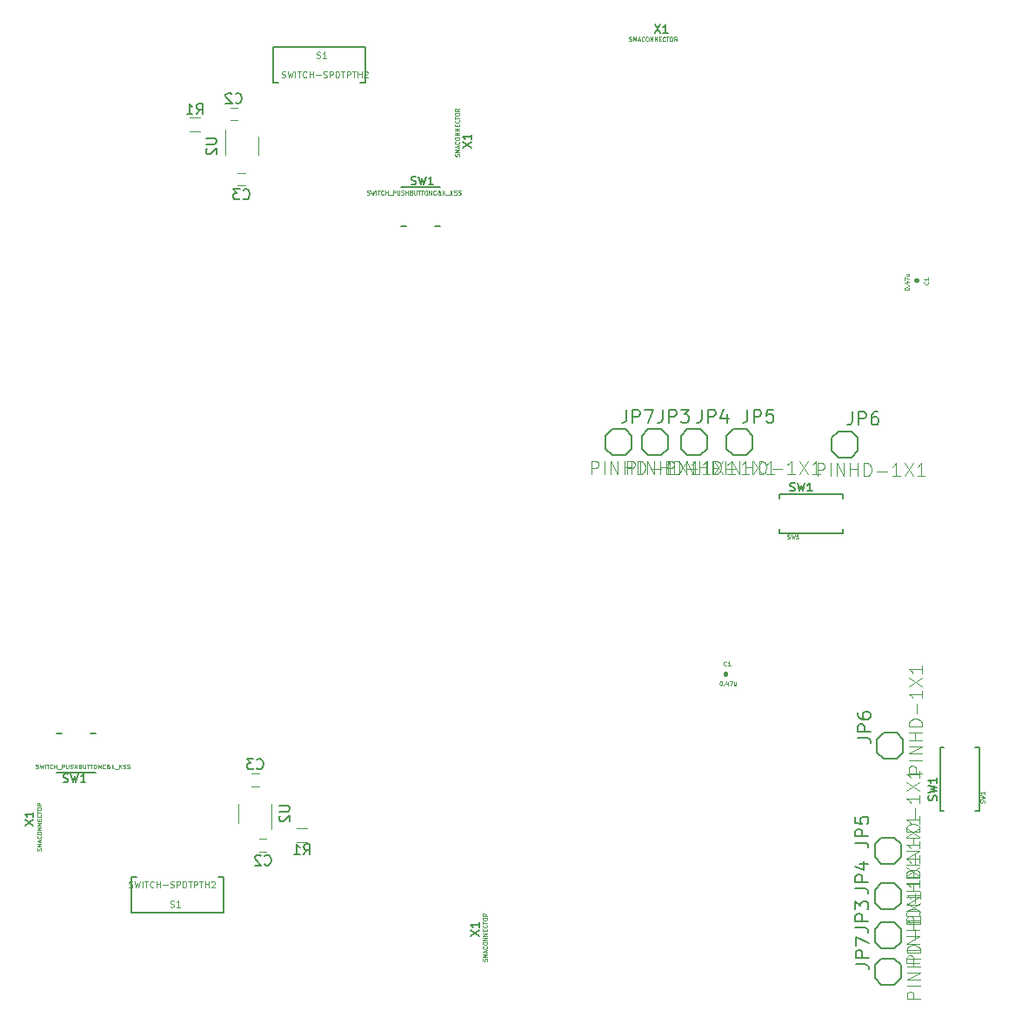
<source format=gbo>
G04 #@! TF.FileFunction,Legend,Bot*
%FSLAX46Y46*%
G04 Gerber Fmt 4.6, Leading zero omitted, Abs format (unit mm)*
G04 Created by KiCad (PCBNEW 4.0.6-e0-6349~53~ubuntu14.04.1) date Thu Apr  6 15:25:57 2017*
%MOMM*%
%LPD*%
G01*
G04 APERTURE LIST*
%ADD10C,0.100000*%
%ADD11C,0.152400*%
%ADD12C,0.127000*%
%ADD13C,0.381000*%
%ADD14C,0.120000*%
%ADD15C,0.203200*%
%ADD16C,0.050800*%
%ADD17C,0.101600*%
%ADD18C,0.025400*%
%ADD19C,0.150000*%
G04 APERTURE END LIST*
D10*
D11*
X163875000Y-89755000D02*
X165145000Y-89755000D01*
X165145000Y-89755000D02*
X165780000Y-90390000D01*
X165780000Y-90390000D02*
X165780000Y-91660000D01*
X165780000Y-91660000D02*
X165145000Y-92295000D01*
X163240000Y-90390000D02*
X163240000Y-91660000D01*
X163875000Y-89755000D02*
X163240000Y-90390000D01*
X163240000Y-91660000D02*
X163875000Y-92295000D01*
X165145000Y-92295000D02*
X163875000Y-92295000D01*
X167685000Y-89755000D02*
X168955000Y-89755000D01*
X168955000Y-89755000D02*
X169590000Y-90390000D01*
X169590000Y-90390000D02*
X169590000Y-91660000D01*
X169590000Y-91660000D02*
X168955000Y-92295000D01*
X167050000Y-90390000D02*
X167050000Y-91660000D01*
X167685000Y-89755000D02*
X167050000Y-90390000D01*
X167050000Y-91660000D02*
X167685000Y-92295000D01*
X168955000Y-92295000D02*
X167685000Y-92295000D01*
X172130000Y-89755000D02*
X173400000Y-89755000D01*
X173400000Y-89755000D02*
X174035000Y-90390000D01*
X174035000Y-90390000D02*
X174035000Y-91660000D01*
X174035000Y-91660000D02*
X173400000Y-92295000D01*
X171495000Y-90390000D02*
X171495000Y-91660000D01*
X172130000Y-89755000D02*
X171495000Y-90390000D01*
X171495000Y-91660000D02*
X172130000Y-92295000D01*
X173400000Y-92295000D02*
X172130000Y-92295000D01*
X182345000Y-89970000D02*
X183615000Y-89970000D01*
X183615000Y-89970000D02*
X184250000Y-90605000D01*
X184250000Y-90605000D02*
X184250000Y-91875000D01*
X184250000Y-91875000D02*
X183615000Y-92510000D01*
X181710000Y-90605000D02*
X181710000Y-91875000D01*
X182345000Y-89970000D02*
X181710000Y-90605000D01*
X181710000Y-91875000D02*
X182345000Y-92510000D01*
X183615000Y-92510000D02*
X182345000Y-92510000D01*
X160345000Y-89770000D02*
X161615000Y-89770000D01*
X161615000Y-89770000D02*
X162250000Y-90405000D01*
X162250000Y-90405000D02*
X162250000Y-91675000D01*
X162250000Y-91675000D02*
X161615000Y-92310000D01*
X159710000Y-90405000D02*
X159710000Y-91675000D01*
X160345000Y-89770000D02*
X159710000Y-90405000D01*
X159710000Y-91675000D02*
X160345000Y-92310000D01*
X161615000Y-92310000D02*
X160345000Y-92310000D01*
D12*
X176651200Y-96511400D02*
X176651200Y-96110080D01*
X176651200Y-96110080D02*
X182848800Y-96110080D01*
X182848800Y-96110080D02*
X182848800Y-96511400D01*
X176651200Y-99508600D02*
X176651200Y-99909920D01*
X176651200Y-99909920D02*
X182848800Y-99909920D01*
X182848800Y-99909920D02*
X182848800Y-99508600D01*
D13*
X190007940Y-75240000D02*
X189952060Y-75240000D01*
D14*
X123870000Y-58520000D02*
X123170000Y-58520000D01*
X123170000Y-59720000D02*
X123870000Y-59720000D01*
X123920000Y-66070000D02*
X124620000Y-66070000D01*
X124620000Y-64870000D02*
X123920000Y-64870000D01*
X119220000Y-60800000D02*
X120220000Y-60800000D01*
X120220000Y-59440000D02*
X119220000Y-59440000D01*
X125880000Y-61320000D02*
X125880000Y-63120000D01*
X122660000Y-63120000D02*
X122660000Y-60670000D01*
D12*
X139820080Y-66220080D02*
X143619920Y-66220080D01*
X139820080Y-70019920D02*
X140320460Y-70019920D01*
X143119540Y-70019920D02*
X143619920Y-70019920D01*
D15*
X127822040Y-56067520D02*
X127321660Y-56067520D01*
X127321660Y-56067520D02*
X127321660Y-52572480D01*
X127321660Y-52572480D02*
X136318340Y-52572480D01*
X136318340Y-52572480D02*
X136318340Y-56067520D01*
X136318340Y-56067520D02*
X135817960Y-56067520D01*
D11*
X185915000Y-139685000D02*
X185915000Y-138415000D01*
X185915000Y-138415000D02*
X186550000Y-137780000D01*
X186550000Y-137780000D02*
X187820000Y-137780000D01*
X187820000Y-137780000D02*
X188455000Y-138415000D01*
X186550000Y-140320000D02*
X187820000Y-140320000D01*
X185915000Y-139685000D02*
X186550000Y-140320000D01*
X187820000Y-140320000D02*
X188455000Y-139685000D01*
X188455000Y-138415000D02*
X188455000Y-139685000D01*
X185915000Y-135875000D02*
X185915000Y-134605000D01*
X185915000Y-134605000D02*
X186550000Y-133970000D01*
X186550000Y-133970000D02*
X187820000Y-133970000D01*
X187820000Y-133970000D02*
X188455000Y-134605000D01*
X186550000Y-136510000D02*
X187820000Y-136510000D01*
X185915000Y-135875000D02*
X186550000Y-136510000D01*
X187820000Y-136510000D02*
X188455000Y-135875000D01*
X188455000Y-134605000D02*
X188455000Y-135875000D01*
X185915000Y-131430000D02*
X185915000Y-130160000D01*
X185915000Y-130160000D02*
X186550000Y-129525000D01*
X186550000Y-129525000D02*
X187820000Y-129525000D01*
X187820000Y-129525000D02*
X188455000Y-130160000D01*
X186550000Y-132065000D02*
X187820000Y-132065000D01*
X185915000Y-131430000D02*
X186550000Y-132065000D01*
X187820000Y-132065000D02*
X188455000Y-131430000D01*
X188455000Y-130160000D02*
X188455000Y-131430000D01*
X186130000Y-121215000D02*
X186130000Y-119945000D01*
X186130000Y-119945000D02*
X186765000Y-119310000D01*
X186765000Y-119310000D02*
X188035000Y-119310000D01*
X188035000Y-119310000D02*
X188670000Y-119945000D01*
X186765000Y-121850000D02*
X188035000Y-121850000D01*
X186130000Y-121215000D02*
X186765000Y-121850000D01*
X188035000Y-121850000D02*
X188670000Y-121215000D01*
X188670000Y-119945000D02*
X188670000Y-121215000D01*
X185930000Y-143215000D02*
X185930000Y-141945000D01*
X185930000Y-141945000D02*
X186565000Y-141310000D01*
X186565000Y-141310000D02*
X187835000Y-141310000D01*
X187835000Y-141310000D02*
X188470000Y-141945000D01*
X186565000Y-143850000D02*
X187835000Y-143850000D01*
X185930000Y-143215000D02*
X186565000Y-143850000D01*
X187835000Y-143850000D02*
X188470000Y-143215000D01*
X188470000Y-141945000D02*
X188470000Y-143215000D01*
D12*
X192671400Y-126908800D02*
X192270080Y-126908800D01*
X192270080Y-126908800D02*
X192270080Y-120711200D01*
X192270080Y-120711200D02*
X192671400Y-120711200D01*
X195668600Y-126908800D02*
X196069920Y-126908800D01*
X196069920Y-126908800D02*
X196069920Y-120711200D01*
X196069920Y-120711200D02*
X195668600Y-120711200D01*
D13*
X171400000Y-113552060D02*
X171400000Y-113607940D01*
D14*
X126010000Y-130870000D02*
X126710000Y-130870000D01*
X126710000Y-129670000D02*
X126010000Y-129670000D01*
X125960000Y-123320000D02*
X125260000Y-123320000D01*
X125260000Y-124520000D02*
X125960000Y-124520000D01*
X130660000Y-128590000D02*
X129660000Y-128590000D01*
X129660000Y-129950000D02*
X130660000Y-129950000D01*
X124000000Y-128070000D02*
X124000000Y-126270000D01*
X127220000Y-126270000D02*
X127220000Y-128720000D01*
D12*
X110059920Y-123169920D02*
X106260080Y-123169920D01*
X110059920Y-119370080D02*
X109559540Y-119370080D01*
X106760460Y-119370080D02*
X106260080Y-119370080D01*
D15*
X122057960Y-133322480D02*
X122558340Y-133322480D01*
X122558340Y-133322480D02*
X122558340Y-136817520D01*
X122558340Y-136817520D02*
X113561660Y-136817520D01*
X113561660Y-136817520D02*
X113561660Y-133322480D01*
X113561660Y-133322480D02*
X114062040Y-133322480D01*
D11*
X164487019Y-50422495D02*
X165028886Y-51235295D01*
X165028886Y-50422495D02*
X164487019Y-51235295D01*
X165764276Y-51235295D02*
X165299819Y-51235295D01*
X165532048Y-51235295D02*
X165532048Y-50422495D01*
X165454638Y-50538610D01*
X165377229Y-50616019D01*
X165299819Y-50654724D01*
D16*
X162009916Y-51997295D02*
X162067973Y-52016648D01*
X162164735Y-52016648D01*
X162203439Y-51997295D01*
X162222792Y-51977943D01*
X162242144Y-51939238D01*
X162242144Y-51900533D01*
X162222792Y-51861829D01*
X162203439Y-51842476D01*
X162164735Y-51823124D01*
X162087325Y-51803771D01*
X162048620Y-51784419D01*
X162029268Y-51765067D01*
X162009916Y-51726362D01*
X162009916Y-51687657D01*
X162029268Y-51648952D01*
X162048620Y-51629600D01*
X162087325Y-51610248D01*
X162184087Y-51610248D01*
X162242144Y-51629600D01*
X162416316Y-52016648D02*
X162416316Y-51610248D01*
X162551783Y-51900533D01*
X162687249Y-51610248D01*
X162687249Y-52016648D01*
X162861421Y-51900533D02*
X163054944Y-51900533D01*
X162822716Y-52016648D02*
X162958182Y-51610248D01*
X163093649Y-52016648D01*
X163461344Y-51977943D02*
X163441992Y-51997295D01*
X163383935Y-52016648D01*
X163345230Y-52016648D01*
X163287173Y-51997295D01*
X163248468Y-51958590D01*
X163229116Y-51919886D01*
X163209764Y-51842476D01*
X163209764Y-51784419D01*
X163229116Y-51707010D01*
X163248468Y-51668305D01*
X163287173Y-51629600D01*
X163345230Y-51610248D01*
X163383935Y-51610248D01*
X163441992Y-51629600D01*
X163461344Y-51648952D01*
X163712925Y-51610248D02*
X163790335Y-51610248D01*
X163829040Y-51629600D01*
X163867744Y-51668305D01*
X163887097Y-51745714D01*
X163887097Y-51881181D01*
X163867744Y-51958590D01*
X163829040Y-51997295D01*
X163790335Y-52016648D01*
X163712925Y-52016648D01*
X163674221Y-51997295D01*
X163635516Y-51958590D01*
X163616164Y-51881181D01*
X163616164Y-51745714D01*
X163635516Y-51668305D01*
X163674221Y-51629600D01*
X163712925Y-51610248D01*
X164061268Y-52016648D02*
X164061268Y-51610248D01*
X164293496Y-52016648D01*
X164293496Y-51610248D01*
X164487020Y-52016648D02*
X164487020Y-51610248D01*
X164719248Y-52016648D01*
X164719248Y-51610248D01*
X164912772Y-51803771D02*
X165048239Y-51803771D01*
X165106296Y-52016648D02*
X164912772Y-52016648D01*
X164912772Y-51610248D01*
X165106296Y-51610248D01*
X165512695Y-51977943D02*
X165493343Y-51997295D01*
X165435286Y-52016648D01*
X165396581Y-52016648D01*
X165338524Y-51997295D01*
X165299819Y-51958590D01*
X165280467Y-51919886D01*
X165261115Y-51842476D01*
X165261115Y-51784419D01*
X165280467Y-51707010D01*
X165299819Y-51668305D01*
X165338524Y-51629600D01*
X165396581Y-51610248D01*
X165435286Y-51610248D01*
X165493343Y-51629600D01*
X165512695Y-51648952D01*
X165628810Y-51610248D02*
X165861038Y-51610248D01*
X165744924Y-52016648D02*
X165744924Y-51610248D01*
X166073914Y-51610248D02*
X166151324Y-51610248D01*
X166190029Y-51629600D01*
X166228733Y-51668305D01*
X166248086Y-51745714D01*
X166248086Y-51881181D01*
X166228733Y-51958590D01*
X166190029Y-51997295D01*
X166151324Y-52016648D01*
X166073914Y-52016648D01*
X166035210Y-51997295D01*
X165996505Y-51958590D01*
X165977153Y-51881181D01*
X165977153Y-51745714D01*
X165996505Y-51668305D01*
X166035210Y-51629600D01*
X166073914Y-51610248D01*
X166654485Y-52016648D02*
X166519019Y-51823124D01*
X166422257Y-52016648D02*
X166422257Y-51610248D01*
X166577076Y-51610248D01*
X166615781Y-51629600D01*
X166635133Y-51648952D01*
X166654485Y-51687657D01*
X166654485Y-51745714D01*
X166635133Y-51784419D01*
X166615781Y-51803771D01*
X166577076Y-51823124D01*
X166422257Y-51823124D01*
D12*
X165280467Y-87865724D02*
X165280467Y-88772867D01*
X165219991Y-88954295D01*
X165099039Y-89075248D01*
X164917610Y-89135724D01*
X164796658Y-89135724D01*
X165885229Y-89135724D02*
X165885229Y-87865724D01*
X166369038Y-87865724D01*
X166489991Y-87926200D01*
X166550467Y-87986676D01*
X166610943Y-88107629D01*
X166610943Y-88289057D01*
X166550467Y-88410010D01*
X166489991Y-88470486D01*
X166369038Y-88530962D01*
X165885229Y-88530962D01*
X167034277Y-87865724D02*
X167820467Y-87865724D01*
X167397134Y-88349533D01*
X167578562Y-88349533D01*
X167699515Y-88410010D01*
X167759991Y-88470486D01*
X167820467Y-88591438D01*
X167820467Y-88893819D01*
X167759991Y-89014771D01*
X167699515Y-89075248D01*
X167578562Y-89135724D01*
X167215705Y-89135724D01*
X167094753Y-89075248D01*
X167034277Y-89014771D01*
D17*
X161849048Y-94139524D02*
X161849048Y-92869524D01*
X162332857Y-92869524D01*
X162453810Y-92930000D01*
X162514286Y-92990476D01*
X162574762Y-93111429D01*
X162574762Y-93292857D01*
X162514286Y-93413810D01*
X162453810Y-93474286D01*
X162332857Y-93534762D01*
X161849048Y-93534762D01*
X163119048Y-94139524D02*
X163119048Y-92869524D01*
X163723810Y-94139524D02*
X163723810Y-92869524D01*
X164449524Y-94139524D01*
X164449524Y-92869524D01*
X165054286Y-94139524D02*
X165054286Y-92869524D01*
X165054286Y-93474286D02*
X165780000Y-93474286D01*
X165780000Y-94139524D02*
X165780000Y-92869524D01*
X166384762Y-94139524D02*
X166384762Y-92869524D01*
X166687143Y-92869524D01*
X166868571Y-92930000D01*
X166989524Y-93050952D01*
X167050000Y-93171905D01*
X167110476Y-93413810D01*
X167110476Y-93595238D01*
X167050000Y-93837143D01*
X166989524Y-93958095D01*
X166868571Y-94079048D01*
X166687143Y-94139524D01*
X166384762Y-94139524D01*
X167654762Y-93655714D02*
X168622381Y-93655714D01*
X169892381Y-94139524D02*
X169166667Y-94139524D01*
X169529524Y-94139524D02*
X169529524Y-92869524D01*
X169408572Y-93050952D01*
X169287619Y-93171905D01*
X169166667Y-93232381D01*
X170315715Y-92869524D02*
X171162381Y-94139524D01*
X171162381Y-92869524D02*
X170315715Y-94139524D01*
X172311429Y-94139524D02*
X171585715Y-94139524D01*
X171948572Y-94139524D02*
X171948572Y-92869524D01*
X171827620Y-93050952D01*
X171706667Y-93171905D01*
X171585715Y-93232381D01*
D12*
X169090467Y-87865724D02*
X169090467Y-88772867D01*
X169029991Y-88954295D01*
X168909039Y-89075248D01*
X168727610Y-89135724D01*
X168606658Y-89135724D01*
X169695229Y-89135724D02*
X169695229Y-87865724D01*
X170179038Y-87865724D01*
X170299991Y-87926200D01*
X170360467Y-87986676D01*
X170420943Y-88107629D01*
X170420943Y-88289057D01*
X170360467Y-88410010D01*
X170299991Y-88470486D01*
X170179038Y-88530962D01*
X169695229Y-88530962D01*
X171509515Y-88289057D02*
X171509515Y-89135724D01*
X171207134Y-87805248D02*
X170904753Y-88712390D01*
X171690943Y-88712390D01*
D17*
X165659048Y-94139524D02*
X165659048Y-92869524D01*
X166142857Y-92869524D01*
X166263810Y-92930000D01*
X166324286Y-92990476D01*
X166384762Y-93111429D01*
X166384762Y-93292857D01*
X166324286Y-93413810D01*
X166263810Y-93474286D01*
X166142857Y-93534762D01*
X165659048Y-93534762D01*
X166929048Y-94139524D02*
X166929048Y-92869524D01*
X167533810Y-94139524D02*
X167533810Y-92869524D01*
X168259524Y-94139524D01*
X168259524Y-92869524D01*
X168864286Y-94139524D02*
X168864286Y-92869524D01*
X168864286Y-93474286D02*
X169590000Y-93474286D01*
X169590000Y-94139524D02*
X169590000Y-92869524D01*
X170194762Y-94139524D02*
X170194762Y-92869524D01*
X170497143Y-92869524D01*
X170678571Y-92930000D01*
X170799524Y-93050952D01*
X170860000Y-93171905D01*
X170920476Y-93413810D01*
X170920476Y-93595238D01*
X170860000Y-93837143D01*
X170799524Y-93958095D01*
X170678571Y-94079048D01*
X170497143Y-94139524D01*
X170194762Y-94139524D01*
X171464762Y-93655714D02*
X172432381Y-93655714D01*
X173702381Y-94139524D02*
X172976667Y-94139524D01*
X173339524Y-94139524D02*
X173339524Y-92869524D01*
X173218572Y-93050952D01*
X173097619Y-93171905D01*
X172976667Y-93232381D01*
X174125715Y-92869524D02*
X174972381Y-94139524D01*
X174972381Y-92869524D02*
X174125715Y-94139524D01*
X176121429Y-94139524D02*
X175395715Y-94139524D01*
X175758572Y-94139524D02*
X175758572Y-92869524D01*
X175637620Y-93050952D01*
X175516667Y-93171905D01*
X175395715Y-93232381D01*
D12*
X173535467Y-87865724D02*
X173535467Y-88772867D01*
X173474991Y-88954295D01*
X173354039Y-89075248D01*
X173172610Y-89135724D01*
X173051658Y-89135724D01*
X174140229Y-89135724D02*
X174140229Y-87865724D01*
X174624038Y-87865724D01*
X174744991Y-87926200D01*
X174805467Y-87986676D01*
X174865943Y-88107629D01*
X174865943Y-88289057D01*
X174805467Y-88410010D01*
X174744991Y-88470486D01*
X174624038Y-88530962D01*
X174140229Y-88530962D01*
X176014991Y-87865724D02*
X175410229Y-87865724D01*
X175349753Y-88470486D01*
X175410229Y-88410010D01*
X175531181Y-88349533D01*
X175833562Y-88349533D01*
X175954515Y-88410010D01*
X176014991Y-88470486D01*
X176075467Y-88591438D01*
X176075467Y-88893819D01*
X176014991Y-89014771D01*
X175954515Y-89075248D01*
X175833562Y-89135724D01*
X175531181Y-89135724D01*
X175410229Y-89075248D01*
X175349753Y-89014771D01*
D17*
X170104048Y-94139524D02*
X170104048Y-92869524D01*
X170587857Y-92869524D01*
X170708810Y-92930000D01*
X170769286Y-92990476D01*
X170829762Y-93111429D01*
X170829762Y-93292857D01*
X170769286Y-93413810D01*
X170708810Y-93474286D01*
X170587857Y-93534762D01*
X170104048Y-93534762D01*
X171374048Y-94139524D02*
X171374048Y-92869524D01*
X171978810Y-94139524D02*
X171978810Y-92869524D01*
X172704524Y-94139524D01*
X172704524Y-92869524D01*
X173309286Y-94139524D02*
X173309286Y-92869524D01*
X173309286Y-93474286D02*
X174035000Y-93474286D01*
X174035000Y-94139524D02*
X174035000Y-92869524D01*
X174639762Y-94139524D02*
X174639762Y-92869524D01*
X174942143Y-92869524D01*
X175123571Y-92930000D01*
X175244524Y-93050952D01*
X175305000Y-93171905D01*
X175365476Y-93413810D01*
X175365476Y-93595238D01*
X175305000Y-93837143D01*
X175244524Y-93958095D01*
X175123571Y-94079048D01*
X174942143Y-94139524D01*
X174639762Y-94139524D01*
X175909762Y-93655714D02*
X176877381Y-93655714D01*
X178147381Y-94139524D02*
X177421667Y-94139524D01*
X177784524Y-94139524D02*
X177784524Y-92869524D01*
X177663572Y-93050952D01*
X177542619Y-93171905D01*
X177421667Y-93232381D01*
X178570715Y-92869524D02*
X179417381Y-94139524D01*
X179417381Y-92869524D02*
X178570715Y-94139524D01*
X180566429Y-94139524D02*
X179840715Y-94139524D01*
X180203572Y-94139524D02*
X180203572Y-92869524D01*
X180082620Y-93050952D01*
X179961667Y-93171905D01*
X179840715Y-93232381D01*
D12*
X183750467Y-88080724D02*
X183750467Y-88987867D01*
X183689991Y-89169295D01*
X183569039Y-89290248D01*
X183387610Y-89350724D01*
X183266658Y-89350724D01*
X184355229Y-89350724D02*
X184355229Y-88080724D01*
X184839038Y-88080724D01*
X184959991Y-88141200D01*
X185020467Y-88201676D01*
X185080943Y-88322629D01*
X185080943Y-88504057D01*
X185020467Y-88625010D01*
X184959991Y-88685486D01*
X184839038Y-88745962D01*
X184355229Y-88745962D01*
X186169515Y-88080724D02*
X185927610Y-88080724D01*
X185806658Y-88141200D01*
X185746181Y-88201676D01*
X185625229Y-88383105D01*
X185564753Y-88625010D01*
X185564753Y-89108819D01*
X185625229Y-89229771D01*
X185685705Y-89290248D01*
X185806658Y-89350724D01*
X186048562Y-89350724D01*
X186169515Y-89290248D01*
X186229991Y-89229771D01*
X186290467Y-89108819D01*
X186290467Y-88806438D01*
X186229991Y-88685486D01*
X186169515Y-88625010D01*
X186048562Y-88564533D01*
X185806658Y-88564533D01*
X185685705Y-88625010D01*
X185625229Y-88685486D01*
X185564753Y-88806438D01*
D17*
X180319048Y-94354524D02*
X180319048Y-93084524D01*
X180802857Y-93084524D01*
X180923810Y-93145000D01*
X180984286Y-93205476D01*
X181044762Y-93326429D01*
X181044762Y-93507857D01*
X180984286Y-93628810D01*
X180923810Y-93689286D01*
X180802857Y-93749762D01*
X180319048Y-93749762D01*
X181589048Y-94354524D02*
X181589048Y-93084524D01*
X182193810Y-94354524D02*
X182193810Y-93084524D01*
X182919524Y-94354524D01*
X182919524Y-93084524D01*
X183524286Y-94354524D02*
X183524286Y-93084524D01*
X183524286Y-93689286D02*
X184250000Y-93689286D01*
X184250000Y-94354524D02*
X184250000Y-93084524D01*
X184854762Y-94354524D02*
X184854762Y-93084524D01*
X185157143Y-93084524D01*
X185338571Y-93145000D01*
X185459524Y-93265952D01*
X185520000Y-93386905D01*
X185580476Y-93628810D01*
X185580476Y-93810238D01*
X185520000Y-94052143D01*
X185459524Y-94173095D01*
X185338571Y-94294048D01*
X185157143Y-94354524D01*
X184854762Y-94354524D01*
X186124762Y-93870714D02*
X187092381Y-93870714D01*
X188362381Y-94354524D02*
X187636667Y-94354524D01*
X187999524Y-94354524D02*
X187999524Y-93084524D01*
X187878572Y-93265952D01*
X187757619Y-93386905D01*
X187636667Y-93447381D01*
X188785715Y-93084524D02*
X189632381Y-94354524D01*
X189632381Y-93084524D02*
X188785715Y-94354524D01*
X190781429Y-94354524D02*
X190055715Y-94354524D01*
X190418572Y-94354524D02*
X190418572Y-93084524D01*
X190297620Y-93265952D01*
X190176667Y-93386905D01*
X190055715Y-93447381D01*
D12*
X161750467Y-87880724D02*
X161750467Y-88787867D01*
X161689991Y-88969295D01*
X161569039Y-89090248D01*
X161387610Y-89150724D01*
X161266658Y-89150724D01*
X162355229Y-89150724D02*
X162355229Y-87880724D01*
X162839038Y-87880724D01*
X162959991Y-87941200D01*
X163020467Y-88001676D01*
X163080943Y-88122629D01*
X163080943Y-88304057D01*
X163020467Y-88425010D01*
X162959991Y-88485486D01*
X162839038Y-88545962D01*
X162355229Y-88545962D01*
X163504277Y-87880724D02*
X164350943Y-87880724D01*
X163806658Y-89150724D01*
D17*
X158319048Y-94154524D02*
X158319048Y-92884524D01*
X158802857Y-92884524D01*
X158923810Y-92945000D01*
X158984286Y-93005476D01*
X159044762Y-93126429D01*
X159044762Y-93307857D01*
X158984286Y-93428810D01*
X158923810Y-93489286D01*
X158802857Y-93549762D01*
X158319048Y-93549762D01*
X159589048Y-94154524D02*
X159589048Y-92884524D01*
X160193810Y-94154524D02*
X160193810Y-92884524D01*
X160919524Y-94154524D01*
X160919524Y-92884524D01*
X161524286Y-94154524D02*
X161524286Y-92884524D01*
X161524286Y-93489286D02*
X162250000Y-93489286D01*
X162250000Y-94154524D02*
X162250000Y-92884524D01*
X162854762Y-94154524D02*
X162854762Y-92884524D01*
X163157143Y-92884524D01*
X163338571Y-92945000D01*
X163459524Y-93065952D01*
X163520000Y-93186905D01*
X163580476Y-93428810D01*
X163580476Y-93610238D01*
X163520000Y-93852143D01*
X163459524Y-93973095D01*
X163338571Y-94094048D01*
X163157143Y-94154524D01*
X162854762Y-94154524D01*
X164124762Y-93670714D02*
X165092381Y-93670714D01*
X166362381Y-94154524D02*
X165636667Y-94154524D01*
X165999524Y-94154524D02*
X165999524Y-92884524D01*
X165878572Y-93065952D01*
X165757619Y-93186905D01*
X165636667Y-93247381D01*
X166785715Y-92884524D02*
X167632381Y-94154524D01*
X167632381Y-92884524D02*
X166785715Y-94154524D01*
X168781429Y-94154524D02*
X168055715Y-94154524D01*
X168418572Y-94154524D02*
X168418572Y-92884524D01*
X168297620Y-93065952D01*
X168176667Y-93186905D01*
X168055715Y-93247381D01*
D11*
X177655347Y-95763430D02*
X177771461Y-95802135D01*
X177964985Y-95802135D01*
X178042395Y-95763430D01*
X178081099Y-95724726D01*
X178119804Y-95647316D01*
X178119804Y-95569907D01*
X178081099Y-95492497D01*
X178042395Y-95453792D01*
X177964985Y-95415088D01*
X177810166Y-95376383D01*
X177732757Y-95337678D01*
X177694052Y-95298973D01*
X177655347Y-95221564D01*
X177655347Y-95144154D01*
X177694052Y-95066745D01*
X177732757Y-95028040D01*
X177810166Y-94989335D01*
X178003690Y-94989335D01*
X178119804Y-95028040D01*
X178390737Y-94989335D02*
X178584261Y-95802135D01*
X178739080Y-95221564D01*
X178893899Y-95802135D01*
X179087423Y-94989335D01*
X179822813Y-95802135D02*
X179358356Y-95802135D01*
X179590585Y-95802135D02*
X179590585Y-94989335D01*
X179513175Y-95105450D01*
X179435766Y-95182859D01*
X179358356Y-95221564D01*
D16*
X177412354Y-100419855D02*
X177470411Y-100439208D01*
X177567173Y-100439208D01*
X177605877Y-100419855D01*
X177625230Y-100400503D01*
X177644582Y-100361798D01*
X177644582Y-100323093D01*
X177625230Y-100284389D01*
X177605877Y-100265036D01*
X177567173Y-100245684D01*
X177489763Y-100226331D01*
X177451058Y-100206979D01*
X177431706Y-100187627D01*
X177412354Y-100148922D01*
X177412354Y-100110217D01*
X177431706Y-100071512D01*
X177451058Y-100052160D01*
X177489763Y-100032808D01*
X177586525Y-100032808D01*
X177644582Y-100052160D01*
X177780049Y-100032808D02*
X177876811Y-100439208D01*
X177954221Y-100148922D01*
X178031630Y-100439208D01*
X178128392Y-100032808D01*
X178496087Y-100439208D02*
X178263859Y-100439208D01*
X178379973Y-100439208D02*
X178379973Y-100032808D01*
X178341268Y-100090865D01*
X178302563Y-100129570D01*
X178263859Y-100148922D01*
D18*
X191090343Y-75434734D02*
X191109695Y-75454086D01*
X191129048Y-75512143D01*
X191129048Y-75550848D01*
X191109695Y-75608905D01*
X191070990Y-75647610D01*
X191032286Y-75666962D01*
X190954876Y-75686314D01*
X190896819Y-75686314D01*
X190819410Y-75666962D01*
X190780705Y-75647610D01*
X190742000Y-75608905D01*
X190722648Y-75550848D01*
X190722648Y-75512143D01*
X190742000Y-75454086D01*
X190761352Y-75434734D01*
X191129048Y-75047686D02*
X191129048Y-75279914D01*
X191129048Y-75163800D02*
X190722648Y-75163800D01*
X190780705Y-75202505D01*
X190819410Y-75241210D01*
X190838762Y-75279914D01*
X188817648Y-76130210D02*
X188817648Y-76091505D01*
X188837000Y-76052800D01*
X188856352Y-76033448D01*
X188895057Y-76014095D01*
X188972467Y-75994743D01*
X189069229Y-75994743D01*
X189146638Y-76014095D01*
X189185343Y-76033448D01*
X189204695Y-76052800D01*
X189224048Y-76091505D01*
X189224048Y-76130210D01*
X189204695Y-76168914D01*
X189185343Y-76188267D01*
X189146638Y-76207619D01*
X189069229Y-76226971D01*
X188972467Y-76226971D01*
X188895057Y-76207619D01*
X188856352Y-76188267D01*
X188837000Y-76168914D01*
X188817648Y-76130210D01*
X189185343Y-75820571D02*
X189204695Y-75801219D01*
X189224048Y-75820571D01*
X189204695Y-75839923D01*
X189185343Y-75820571D01*
X189224048Y-75820571D01*
X188953114Y-75452876D02*
X189224048Y-75452876D01*
X188798295Y-75549638D02*
X189088581Y-75646399D01*
X189088581Y-75394819D01*
X188817648Y-75278704D02*
X188817648Y-75007771D01*
X189224048Y-75181942D01*
X188953114Y-74678780D02*
X189224048Y-74678780D01*
X188953114Y-74852951D02*
X189165990Y-74852951D01*
X189204695Y-74833599D01*
X189224048Y-74794894D01*
X189224048Y-74736837D01*
X189204695Y-74698132D01*
X189185343Y-74678780D01*
D19*
X123686666Y-57977143D02*
X123734285Y-58024762D01*
X123877142Y-58072381D01*
X123972380Y-58072381D01*
X124115238Y-58024762D01*
X124210476Y-57929524D01*
X124258095Y-57834286D01*
X124305714Y-57643810D01*
X124305714Y-57500952D01*
X124258095Y-57310476D01*
X124210476Y-57215238D01*
X124115238Y-57120000D01*
X123972380Y-57072381D01*
X123877142Y-57072381D01*
X123734285Y-57120000D01*
X123686666Y-57167619D01*
X123305714Y-57167619D02*
X123258095Y-57120000D01*
X123162857Y-57072381D01*
X122924761Y-57072381D01*
X122829523Y-57120000D01*
X122781904Y-57167619D01*
X122734285Y-57262857D01*
X122734285Y-57358095D01*
X122781904Y-57500952D01*
X123353333Y-58072381D01*
X122734285Y-58072381D01*
X124436666Y-67327143D02*
X124484285Y-67374762D01*
X124627142Y-67422381D01*
X124722380Y-67422381D01*
X124865238Y-67374762D01*
X124960476Y-67279524D01*
X125008095Y-67184286D01*
X125055714Y-66993810D01*
X125055714Y-66850952D01*
X125008095Y-66660476D01*
X124960476Y-66565238D01*
X124865238Y-66470000D01*
X124722380Y-66422381D01*
X124627142Y-66422381D01*
X124484285Y-66470000D01*
X124436666Y-66517619D01*
X124103333Y-66422381D02*
X123484285Y-66422381D01*
X123817619Y-66803333D01*
X123674761Y-66803333D01*
X123579523Y-66850952D01*
X123531904Y-66898571D01*
X123484285Y-66993810D01*
X123484285Y-67231905D01*
X123531904Y-67327143D01*
X123579523Y-67374762D01*
X123674761Y-67422381D01*
X123960476Y-67422381D01*
X124055714Y-67374762D01*
X124103333Y-67327143D01*
X119886666Y-59122381D02*
X120220000Y-58646190D01*
X120458095Y-59122381D02*
X120458095Y-58122381D01*
X120077142Y-58122381D01*
X119981904Y-58170000D01*
X119934285Y-58217619D01*
X119886666Y-58312857D01*
X119886666Y-58455714D01*
X119934285Y-58550952D01*
X119981904Y-58598571D01*
X120077142Y-58646190D01*
X120458095Y-58646190D01*
X118934285Y-59122381D02*
X119505714Y-59122381D01*
X119220000Y-59122381D02*
X119220000Y-58122381D01*
X119315238Y-58265238D01*
X119410476Y-58360476D01*
X119505714Y-58408095D01*
X120822381Y-61458095D02*
X121631905Y-61458095D01*
X121727143Y-61505714D01*
X121774762Y-61553333D01*
X121822381Y-61648571D01*
X121822381Y-61839048D01*
X121774762Y-61934286D01*
X121727143Y-61981905D01*
X121631905Y-62029524D01*
X120822381Y-62029524D01*
X120917619Y-62458095D02*
X120870000Y-62505714D01*
X120822381Y-62600952D01*
X120822381Y-62839048D01*
X120870000Y-62934286D01*
X120917619Y-62981905D01*
X121012857Y-63029524D01*
X121108095Y-63029524D01*
X121250952Y-62981905D01*
X121822381Y-62410476D01*
X121822381Y-63029524D01*
D11*
X145807295Y-62377981D02*
X146620095Y-61836114D01*
X145807295Y-61836114D02*
X146620095Y-62377981D01*
X146620095Y-61100724D02*
X146620095Y-61565181D01*
X146620095Y-61332952D02*
X145807295Y-61332952D01*
X145923410Y-61410362D01*
X146000819Y-61487771D01*
X146039524Y-61565181D01*
D16*
X145451695Y-63229484D02*
X145471048Y-63171427D01*
X145471048Y-63074665D01*
X145451695Y-63035961D01*
X145432343Y-63016608D01*
X145393638Y-62997256D01*
X145354933Y-62997256D01*
X145316229Y-63016608D01*
X145296876Y-63035961D01*
X145277524Y-63074665D01*
X145258171Y-63152075D01*
X145238819Y-63190780D01*
X145219467Y-63210132D01*
X145180762Y-63229484D01*
X145142057Y-63229484D01*
X145103352Y-63210132D01*
X145084000Y-63190780D01*
X145064648Y-63152075D01*
X145064648Y-63055313D01*
X145084000Y-62997256D01*
X145471048Y-62823084D02*
X145064648Y-62823084D01*
X145354933Y-62687617D01*
X145064648Y-62552151D01*
X145471048Y-62552151D01*
X145354933Y-62377979D02*
X145354933Y-62184456D01*
X145471048Y-62416684D02*
X145064648Y-62281218D01*
X145471048Y-62145751D01*
X145432343Y-61778056D02*
X145451695Y-61797408D01*
X145471048Y-61855465D01*
X145471048Y-61894170D01*
X145451695Y-61952227D01*
X145412990Y-61990932D01*
X145374286Y-62010284D01*
X145296876Y-62029636D01*
X145238819Y-62029636D01*
X145161410Y-62010284D01*
X145122705Y-61990932D01*
X145084000Y-61952227D01*
X145064648Y-61894170D01*
X145064648Y-61855465D01*
X145084000Y-61797408D01*
X145103352Y-61778056D01*
X145064648Y-61526475D02*
X145064648Y-61449065D01*
X145084000Y-61410360D01*
X145122705Y-61371656D01*
X145200114Y-61352303D01*
X145335581Y-61352303D01*
X145412990Y-61371656D01*
X145451695Y-61410360D01*
X145471048Y-61449065D01*
X145471048Y-61526475D01*
X145451695Y-61565179D01*
X145412990Y-61603884D01*
X145335581Y-61623236D01*
X145200114Y-61623236D01*
X145122705Y-61603884D01*
X145084000Y-61565179D01*
X145064648Y-61526475D01*
X145471048Y-61178132D02*
X145064648Y-61178132D01*
X145471048Y-60945904D01*
X145064648Y-60945904D01*
X145471048Y-60752380D02*
X145064648Y-60752380D01*
X145471048Y-60520152D01*
X145064648Y-60520152D01*
X145258171Y-60326628D02*
X145258171Y-60191161D01*
X145471048Y-60133104D02*
X145471048Y-60326628D01*
X145064648Y-60326628D01*
X145064648Y-60133104D01*
X145432343Y-59726705D02*
X145451695Y-59746057D01*
X145471048Y-59804114D01*
X145471048Y-59842819D01*
X145451695Y-59900876D01*
X145412990Y-59939581D01*
X145374286Y-59958933D01*
X145296876Y-59978285D01*
X145238819Y-59978285D01*
X145161410Y-59958933D01*
X145122705Y-59939581D01*
X145084000Y-59900876D01*
X145064648Y-59842819D01*
X145064648Y-59804114D01*
X145084000Y-59746057D01*
X145103352Y-59726705D01*
X145064648Y-59610590D02*
X145064648Y-59378362D01*
X145471048Y-59494476D02*
X145064648Y-59494476D01*
X145064648Y-59165486D02*
X145064648Y-59088076D01*
X145084000Y-59049371D01*
X145122705Y-59010667D01*
X145200114Y-58991314D01*
X145335581Y-58991314D01*
X145412990Y-59010667D01*
X145451695Y-59049371D01*
X145471048Y-59088076D01*
X145471048Y-59165486D01*
X145451695Y-59204190D01*
X145412990Y-59242895D01*
X145335581Y-59262247D01*
X145200114Y-59262247D01*
X145122705Y-59242895D01*
X145084000Y-59204190D01*
X145064648Y-59165486D01*
X145471048Y-58584915D02*
X145277524Y-58720381D01*
X145471048Y-58817143D02*
X145064648Y-58817143D01*
X145064648Y-58662324D01*
X145084000Y-58623619D01*
X145103352Y-58604267D01*
X145142057Y-58584915D01*
X145200114Y-58584915D01*
X145238819Y-58604267D01*
X145258171Y-58623619D01*
X145277524Y-58662324D01*
X145277524Y-58817143D01*
D11*
X140781047Y-65949630D02*
X140897161Y-65988335D01*
X141090685Y-65988335D01*
X141168095Y-65949630D01*
X141206799Y-65910926D01*
X141245504Y-65833516D01*
X141245504Y-65756107D01*
X141206799Y-65678697D01*
X141168095Y-65639992D01*
X141090685Y-65601288D01*
X140935866Y-65562583D01*
X140858457Y-65523878D01*
X140819752Y-65485173D01*
X140781047Y-65407764D01*
X140781047Y-65330354D01*
X140819752Y-65252945D01*
X140858457Y-65214240D01*
X140935866Y-65175535D01*
X141129390Y-65175535D01*
X141245504Y-65214240D01*
X141516437Y-65175535D02*
X141709961Y-65988335D01*
X141864780Y-65407764D01*
X142019599Y-65988335D01*
X142213123Y-65175535D01*
X142948513Y-65988335D02*
X142484056Y-65988335D01*
X142716285Y-65988335D02*
X142716285Y-65175535D01*
X142638875Y-65291650D01*
X142561466Y-65369059D01*
X142484056Y-65407764D01*
D16*
X136506712Y-66938295D02*
X136564769Y-66957648D01*
X136661531Y-66957648D01*
X136700235Y-66938295D01*
X136719588Y-66918943D01*
X136738940Y-66880238D01*
X136738940Y-66841533D01*
X136719588Y-66802829D01*
X136700235Y-66783476D01*
X136661531Y-66764124D01*
X136584121Y-66744771D01*
X136545416Y-66725419D01*
X136526064Y-66706067D01*
X136506712Y-66667362D01*
X136506712Y-66628657D01*
X136526064Y-66589952D01*
X136545416Y-66570600D01*
X136584121Y-66551248D01*
X136680883Y-66551248D01*
X136738940Y-66570600D01*
X136874407Y-66551248D02*
X136971169Y-66957648D01*
X137048579Y-66667362D01*
X137125988Y-66957648D01*
X137222750Y-66551248D01*
X137377569Y-66957648D02*
X137377569Y-66551248D01*
X137513036Y-66551248D02*
X137745264Y-66551248D01*
X137629150Y-66957648D02*
X137629150Y-66551248D01*
X138112959Y-66918943D02*
X138093607Y-66938295D01*
X138035550Y-66957648D01*
X137996845Y-66957648D01*
X137938788Y-66938295D01*
X137900083Y-66899590D01*
X137880731Y-66860886D01*
X137861379Y-66783476D01*
X137861379Y-66725419D01*
X137880731Y-66648010D01*
X137900083Y-66609305D01*
X137938788Y-66570600D01*
X137996845Y-66551248D01*
X138035550Y-66551248D01*
X138093607Y-66570600D01*
X138112959Y-66589952D01*
X138287131Y-66957648D02*
X138287131Y-66551248D01*
X138287131Y-66744771D02*
X138519359Y-66744771D01*
X138519359Y-66957648D02*
X138519359Y-66551248D01*
X138616121Y-66996352D02*
X138925759Y-66996352D01*
X139022521Y-66957648D02*
X139022521Y-66551248D01*
X139177340Y-66551248D01*
X139216045Y-66570600D01*
X139235397Y-66589952D01*
X139254749Y-66628657D01*
X139254749Y-66686714D01*
X139235397Y-66725419D01*
X139216045Y-66744771D01*
X139177340Y-66764124D01*
X139022521Y-66764124D01*
X139428921Y-66551248D02*
X139428921Y-66880238D01*
X139448273Y-66918943D01*
X139467626Y-66938295D01*
X139506330Y-66957648D01*
X139583740Y-66957648D01*
X139622445Y-66938295D01*
X139641797Y-66918943D01*
X139661149Y-66880238D01*
X139661149Y-66551248D01*
X139835321Y-66938295D02*
X139893378Y-66957648D01*
X139990140Y-66957648D01*
X140028844Y-66938295D01*
X140048197Y-66918943D01*
X140067549Y-66880238D01*
X140067549Y-66841533D01*
X140048197Y-66802829D01*
X140028844Y-66783476D01*
X139990140Y-66764124D01*
X139912730Y-66744771D01*
X139874025Y-66725419D01*
X139854673Y-66706067D01*
X139835321Y-66667362D01*
X139835321Y-66628657D01*
X139854673Y-66589952D01*
X139874025Y-66570600D01*
X139912730Y-66551248D01*
X140009492Y-66551248D01*
X140067549Y-66570600D01*
X140241721Y-66957648D02*
X140241721Y-66551248D01*
X140241721Y-66744771D02*
X140473949Y-66744771D01*
X140473949Y-66957648D02*
X140473949Y-66551248D01*
X140802940Y-66744771D02*
X140860997Y-66764124D01*
X140880349Y-66783476D01*
X140899701Y-66822181D01*
X140899701Y-66880238D01*
X140880349Y-66918943D01*
X140860997Y-66938295D01*
X140822292Y-66957648D01*
X140667473Y-66957648D01*
X140667473Y-66551248D01*
X140802940Y-66551248D01*
X140841644Y-66570600D01*
X140860997Y-66589952D01*
X140880349Y-66628657D01*
X140880349Y-66667362D01*
X140860997Y-66706067D01*
X140841644Y-66725419D01*
X140802940Y-66744771D01*
X140667473Y-66744771D01*
X141073873Y-66551248D02*
X141073873Y-66880238D01*
X141093225Y-66918943D01*
X141112578Y-66938295D01*
X141151282Y-66957648D01*
X141228692Y-66957648D01*
X141267397Y-66938295D01*
X141286749Y-66918943D01*
X141306101Y-66880238D01*
X141306101Y-66551248D01*
X141441568Y-66551248D02*
X141673796Y-66551248D01*
X141557682Y-66957648D02*
X141557682Y-66551248D01*
X141751206Y-66551248D02*
X141983434Y-66551248D01*
X141867320Y-66957648D02*
X141867320Y-66551248D01*
X142196310Y-66551248D02*
X142273720Y-66551248D01*
X142312425Y-66570600D01*
X142351129Y-66609305D01*
X142370482Y-66686714D01*
X142370482Y-66822181D01*
X142351129Y-66899590D01*
X142312425Y-66938295D01*
X142273720Y-66957648D01*
X142196310Y-66957648D01*
X142157606Y-66938295D01*
X142118901Y-66899590D01*
X142099549Y-66822181D01*
X142099549Y-66686714D01*
X142118901Y-66609305D01*
X142157606Y-66570600D01*
X142196310Y-66551248D01*
X142544653Y-66957648D02*
X142544653Y-66551248D01*
X142776881Y-66957648D01*
X142776881Y-66551248D01*
X143202633Y-66918943D02*
X143183281Y-66938295D01*
X143125224Y-66957648D01*
X143086519Y-66957648D01*
X143028462Y-66938295D01*
X142989757Y-66899590D01*
X142970405Y-66860886D01*
X142951053Y-66783476D01*
X142951053Y-66725419D01*
X142970405Y-66648010D01*
X142989757Y-66609305D01*
X143028462Y-66570600D01*
X143086519Y-66551248D01*
X143125224Y-66551248D01*
X143183281Y-66570600D01*
X143202633Y-66589952D01*
X143705795Y-66957648D02*
X143686443Y-66957648D01*
X143647738Y-66938295D01*
X143589681Y-66880238D01*
X143492919Y-66764124D01*
X143454214Y-66706067D01*
X143434862Y-66648010D01*
X143434862Y-66609305D01*
X143454214Y-66570600D01*
X143492919Y-66551248D01*
X143512272Y-66551248D01*
X143550976Y-66570600D01*
X143570329Y-66609305D01*
X143570329Y-66628657D01*
X143550976Y-66667362D01*
X143531624Y-66686714D01*
X143415510Y-66764124D01*
X143396157Y-66783476D01*
X143376805Y-66822181D01*
X143376805Y-66880238D01*
X143396157Y-66918943D01*
X143415510Y-66938295D01*
X143454214Y-66957648D01*
X143512272Y-66957648D01*
X143550976Y-66938295D01*
X143570329Y-66918943D01*
X143628386Y-66841533D01*
X143647738Y-66783476D01*
X143647738Y-66744771D01*
X143879967Y-66957648D02*
X143879967Y-66551248D01*
X144112195Y-66957648D02*
X143938024Y-66725419D01*
X144112195Y-66551248D02*
X143879967Y-66783476D01*
X144189605Y-66996352D02*
X144499243Y-66996352D01*
X144596005Y-66957648D02*
X144596005Y-66551248D01*
X144828233Y-66957648D02*
X144654062Y-66725419D01*
X144828233Y-66551248D02*
X144596005Y-66783476D01*
X144983053Y-66938295D02*
X145041110Y-66957648D01*
X145137872Y-66957648D01*
X145176576Y-66938295D01*
X145195929Y-66918943D01*
X145215281Y-66880238D01*
X145215281Y-66841533D01*
X145195929Y-66802829D01*
X145176576Y-66783476D01*
X145137872Y-66764124D01*
X145060462Y-66744771D01*
X145021757Y-66725419D01*
X145002405Y-66706067D01*
X144983053Y-66667362D01*
X144983053Y-66628657D01*
X145002405Y-66589952D01*
X145021757Y-66570600D01*
X145060462Y-66551248D01*
X145157224Y-66551248D01*
X145215281Y-66570600D01*
X145370101Y-66938295D02*
X145428158Y-66957648D01*
X145524920Y-66957648D01*
X145563624Y-66938295D01*
X145582977Y-66918943D01*
X145602329Y-66880238D01*
X145602329Y-66841533D01*
X145582977Y-66802829D01*
X145563624Y-66783476D01*
X145524920Y-66764124D01*
X145447510Y-66744771D01*
X145408805Y-66725419D01*
X145389453Y-66706067D01*
X145370101Y-66667362D01*
X145370101Y-66628657D01*
X145389453Y-66589952D01*
X145408805Y-66570600D01*
X145447510Y-66551248D01*
X145544272Y-66551248D01*
X145602329Y-66570600D01*
X131609543Y-53626943D02*
X131696629Y-53655971D01*
X131841772Y-53655971D01*
X131899829Y-53626943D01*
X131928858Y-53597914D01*
X131957886Y-53539857D01*
X131957886Y-53481800D01*
X131928858Y-53423743D01*
X131899829Y-53394714D01*
X131841772Y-53365686D01*
X131725658Y-53336657D01*
X131667600Y-53307629D01*
X131638572Y-53278600D01*
X131609543Y-53220543D01*
X131609543Y-53162486D01*
X131638572Y-53104429D01*
X131667600Y-53075400D01*
X131725658Y-53046371D01*
X131870800Y-53046371D01*
X131957886Y-53075400D01*
X132538457Y-53655971D02*
X132190114Y-53655971D01*
X132364286Y-53655971D02*
X132364286Y-53046371D01*
X132306229Y-53133457D01*
X132248171Y-53191514D01*
X132190114Y-53220543D01*
X128198686Y-55531943D02*
X128285772Y-55560971D01*
X128430915Y-55560971D01*
X128488972Y-55531943D01*
X128518001Y-55502914D01*
X128547029Y-55444857D01*
X128547029Y-55386800D01*
X128518001Y-55328743D01*
X128488972Y-55299714D01*
X128430915Y-55270686D01*
X128314801Y-55241657D01*
X128256743Y-55212629D01*
X128227715Y-55183600D01*
X128198686Y-55125543D01*
X128198686Y-55067486D01*
X128227715Y-55009429D01*
X128256743Y-54980400D01*
X128314801Y-54951371D01*
X128459943Y-54951371D01*
X128547029Y-54980400D01*
X128750229Y-54951371D02*
X128895372Y-55560971D01*
X129011486Y-55125543D01*
X129127600Y-55560971D01*
X129272743Y-54951371D01*
X129504972Y-55560971D02*
X129504972Y-54951371D01*
X129708172Y-54951371D02*
X130056515Y-54951371D01*
X129882344Y-55560971D02*
X129882344Y-54951371D01*
X130608058Y-55502914D02*
X130579029Y-55531943D01*
X130491943Y-55560971D01*
X130433886Y-55560971D01*
X130346801Y-55531943D01*
X130288743Y-55473886D01*
X130259715Y-55415829D01*
X130230686Y-55299714D01*
X130230686Y-55212629D01*
X130259715Y-55096514D01*
X130288743Y-55038457D01*
X130346801Y-54980400D01*
X130433886Y-54951371D01*
X130491943Y-54951371D01*
X130579029Y-54980400D01*
X130608058Y-55009429D01*
X130869315Y-55560971D02*
X130869315Y-54951371D01*
X130869315Y-55241657D02*
X131217658Y-55241657D01*
X131217658Y-55560971D02*
X131217658Y-54951371D01*
X131507944Y-55328743D02*
X131972401Y-55328743D01*
X132233658Y-55531943D02*
X132320744Y-55560971D01*
X132465887Y-55560971D01*
X132523944Y-55531943D01*
X132552973Y-55502914D01*
X132582001Y-55444857D01*
X132582001Y-55386800D01*
X132552973Y-55328743D01*
X132523944Y-55299714D01*
X132465887Y-55270686D01*
X132349773Y-55241657D01*
X132291715Y-55212629D01*
X132262687Y-55183600D01*
X132233658Y-55125543D01*
X132233658Y-55067486D01*
X132262687Y-55009429D01*
X132291715Y-54980400D01*
X132349773Y-54951371D01*
X132494915Y-54951371D01*
X132582001Y-54980400D01*
X132843258Y-55560971D02*
X132843258Y-54951371D01*
X133075486Y-54951371D01*
X133133544Y-54980400D01*
X133162572Y-55009429D01*
X133191601Y-55067486D01*
X133191601Y-55154571D01*
X133162572Y-55212629D01*
X133133544Y-55241657D01*
X133075486Y-55270686D01*
X132843258Y-55270686D01*
X133452858Y-55560971D02*
X133452858Y-54951371D01*
X133598001Y-54951371D01*
X133685086Y-54980400D01*
X133743144Y-55038457D01*
X133772172Y-55096514D01*
X133801201Y-55212629D01*
X133801201Y-55299714D01*
X133772172Y-55415829D01*
X133743144Y-55473886D01*
X133685086Y-55531943D01*
X133598001Y-55560971D01*
X133452858Y-55560971D01*
X133975372Y-54951371D02*
X134323715Y-54951371D01*
X134149544Y-55560971D02*
X134149544Y-54951371D01*
X134526915Y-55560971D02*
X134526915Y-54951371D01*
X134759143Y-54951371D01*
X134817201Y-54980400D01*
X134846229Y-55009429D01*
X134875258Y-55067486D01*
X134875258Y-55154571D01*
X134846229Y-55212629D01*
X134817201Y-55241657D01*
X134759143Y-55270686D01*
X134526915Y-55270686D01*
X135049429Y-54951371D02*
X135397772Y-54951371D01*
X135223601Y-55560971D02*
X135223601Y-54951371D01*
X135600972Y-55560971D02*
X135600972Y-54951371D01*
X135600972Y-55241657D02*
X135949315Y-55241657D01*
X135949315Y-55560971D02*
X135949315Y-54951371D01*
X136210572Y-55009429D02*
X136239601Y-54980400D01*
X136297658Y-54951371D01*
X136442801Y-54951371D01*
X136500858Y-54980400D01*
X136529887Y-55009429D01*
X136558915Y-55067486D01*
X136558915Y-55125543D01*
X136529887Y-55212629D01*
X136181544Y-55560971D01*
X136558915Y-55560971D01*
D11*
X146582495Y-139072981D02*
X147395295Y-138531114D01*
X146582495Y-138531114D02*
X147395295Y-139072981D01*
X147395295Y-137795724D02*
X147395295Y-138260181D01*
X147395295Y-138027952D02*
X146582495Y-138027952D01*
X146698610Y-138105362D01*
X146776019Y-138182771D01*
X146814724Y-138260181D01*
D16*
X148157295Y-141550084D02*
X148176648Y-141492027D01*
X148176648Y-141395265D01*
X148157295Y-141356561D01*
X148137943Y-141337208D01*
X148099238Y-141317856D01*
X148060533Y-141317856D01*
X148021829Y-141337208D01*
X148002476Y-141356561D01*
X147983124Y-141395265D01*
X147963771Y-141472675D01*
X147944419Y-141511380D01*
X147925067Y-141530732D01*
X147886362Y-141550084D01*
X147847657Y-141550084D01*
X147808952Y-141530732D01*
X147789600Y-141511380D01*
X147770248Y-141472675D01*
X147770248Y-141375913D01*
X147789600Y-141317856D01*
X148176648Y-141143684D02*
X147770248Y-141143684D01*
X148060533Y-141008217D01*
X147770248Y-140872751D01*
X148176648Y-140872751D01*
X148060533Y-140698579D02*
X148060533Y-140505056D01*
X148176648Y-140737284D02*
X147770248Y-140601818D01*
X148176648Y-140466351D01*
X148137943Y-140098656D02*
X148157295Y-140118008D01*
X148176648Y-140176065D01*
X148176648Y-140214770D01*
X148157295Y-140272827D01*
X148118590Y-140311532D01*
X148079886Y-140330884D01*
X148002476Y-140350236D01*
X147944419Y-140350236D01*
X147867010Y-140330884D01*
X147828305Y-140311532D01*
X147789600Y-140272827D01*
X147770248Y-140214770D01*
X147770248Y-140176065D01*
X147789600Y-140118008D01*
X147808952Y-140098656D01*
X147770248Y-139847075D02*
X147770248Y-139769665D01*
X147789600Y-139730960D01*
X147828305Y-139692256D01*
X147905714Y-139672903D01*
X148041181Y-139672903D01*
X148118590Y-139692256D01*
X148157295Y-139730960D01*
X148176648Y-139769665D01*
X148176648Y-139847075D01*
X148157295Y-139885779D01*
X148118590Y-139924484D01*
X148041181Y-139943836D01*
X147905714Y-139943836D01*
X147828305Y-139924484D01*
X147789600Y-139885779D01*
X147770248Y-139847075D01*
X148176648Y-139498732D02*
X147770248Y-139498732D01*
X148176648Y-139266504D01*
X147770248Y-139266504D01*
X148176648Y-139072980D02*
X147770248Y-139072980D01*
X148176648Y-138840752D01*
X147770248Y-138840752D01*
X147963771Y-138647228D02*
X147963771Y-138511761D01*
X148176648Y-138453704D02*
X148176648Y-138647228D01*
X147770248Y-138647228D01*
X147770248Y-138453704D01*
X148137943Y-138047305D02*
X148157295Y-138066657D01*
X148176648Y-138124714D01*
X148176648Y-138163419D01*
X148157295Y-138221476D01*
X148118590Y-138260181D01*
X148079886Y-138279533D01*
X148002476Y-138298885D01*
X147944419Y-138298885D01*
X147867010Y-138279533D01*
X147828305Y-138260181D01*
X147789600Y-138221476D01*
X147770248Y-138163419D01*
X147770248Y-138124714D01*
X147789600Y-138066657D01*
X147808952Y-138047305D01*
X147770248Y-137931190D02*
X147770248Y-137698962D01*
X148176648Y-137815076D02*
X147770248Y-137815076D01*
X147770248Y-137486086D02*
X147770248Y-137408676D01*
X147789600Y-137369971D01*
X147828305Y-137331267D01*
X147905714Y-137311914D01*
X148041181Y-137311914D01*
X148118590Y-137331267D01*
X148157295Y-137369971D01*
X148176648Y-137408676D01*
X148176648Y-137486086D01*
X148157295Y-137524790D01*
X148118590Y-137563495D01*
X148041181Y-137582847D01*
X147905714Y-137582847D01*
X147828305Y-137563495D01*
X147789600Y-137524790D01*
X147770248Y-137486086D01*
X148176648Y-136905515D02*
X147983124Y-137040981D01*
X148176648Y-137137743D02*
X147770248Y-137137743D01*
X147770248Y-136982924D01*
X147789600Y-136944219D01*
X147808952Y-136924867D01*
X147847657Y-136905515D01*
X147905714Y-136905515D01*
X147944419Y-136924867D01*
X147963771Y-136944219D01*
X147983124Y-136982924D01*
X147983124Y-137137743D01*
D12*
X184025724Y-138279533D02*
X184932867Y-138279533D01*
X185114295Y-138340009D01*
X185235248Y-138460961D01*
X185295724Y-138642390D01*
X185295724Y-138763342D01*
X185295724Y-137674771D02*
X184025724Y-137674771D01*
X184025724Y-137190962D01*
X184086200Y-137070009D01*
X184146676Y-137009533D01*
X184267629Y-136949057D01*
X184449057Y-136949057D01*
X184570010Y-137009533D01*
X184630486Y-137070009D01*
X184690962Y-137190962D01*
X184690962Y-137674771D01*
X184025724Y-136525723D02*
X184025724Y-135739533D01*
X184509533Y-136162866D01*
X184509533Y-135981438D01*
X184570010Y-135860485D01*
X184630486Y-135800009D01*
X184751438Y-135739533D01*
X185053819Y-135739533D01*
X185174771Y-135800009D01*
X185235248Y-135860485D01*
X185295724Y-135981438D01*
X185295724Y-136344295D01*
X185235248Y-136465247D01*
X185174771Y-136525723D01*
D17*
X190299524Y-141710952D02*
X189029524Y-141710952D01*
X189029524Y-141227143D01*
X189090000Y-141106190D01*
X189150476Y-141045714D01*
X189271429Y-140985238D01*
X189452857Y-140985238D01*
X189573810Y-141045714D01*
X189634286Y-141106190D01*
X189694762Y-141227143D01*
X189694762Y-141710952D01*
X190299524Y-140440952D02*
X189029524Y-140440952D01*
X190299524Y-139836190D02*
X189029524Y-139836190D01*
X190299524Y-139110476D01*
X189029524Y-139110476D01*
X190299524Y-138505714D02*
X189029524Y-138505714D01*
X189634286Y-138505714D02*
X189634286Y-137780000D01*
X190299524Y-137780000D02*
X189029524Y-137780000D01*
X190299524Y-137175238D02*
X189029524Y-137175238D01*
X189029524Y-136872857D01*
X189090000Y-136691429D01*
X189210952Y-136570476D01*
X189331905Y-136510000D01*
X189573810Y-136449524D01*
X189755238Y-136449524D01*
X189997143Y-136510000D01*
X190118095Y-136570476D01*
X190239048Y-136691429D01*
X190299524Y-136872857D01*
X190299524Y-137175238D01*
X189815714Y-135905238D02*
X189815714Y-134937619D01*
X190299524Y-133667619D02*
X190299524Y-134393333D01*
X190299524Y-134030476D02*
X189029524Y-134030476D01*
X189210952Y-134151428D01*
X189331905Y-134272381D01*
X189392381Y-134393333D01*
X189029524Y-133244285D02*
X190299524Y-132397619D01*
X189029524Y-132397619D02*
X190299524Y-133244285D01*
X190299524Y-131248571D02*
X190299524Y-131974285D01*
X190299524Y-131611428D02*
X189029524Y-131611428D01*
X189210952Y-131732380D01*
X189331905Y-131853333D01*
X189392381Y-131974285D01*
D12*
X184025724Y-134469533D02*
X184932867Y-134469533D01*
X185114295Y-134530009D01*
X185235248Y-134650961D01*
X185295724Y-134832390D01*
X185295724Y-134953342D01*
X185295724Y-133864771D02*
X184025724Y-133864771D01*
X184025724Y-133380962D01*
X184086200Y-133260009D01*
X184146676Y-133199533D01*
X184267629Y-133139057D01*
X184449057Y-133139057D01*
X184570010Y-133199533D01*
X184630486Y-133260009D01*
X184690962Y-133380962D01*
X184690962Y-133864771D01*
X184449057Y-132050485D02*
X185295724Y-132050485D01*
X183965248Y-132352866D02*
X184872390Y-132655247D01*
X184872390Y-131869057D01*
D17*
X190299524Y-137900952D02*
X189029524Y-137900952D01*
X189029524Y-137417143D01*
X189090000Y-137296190D01*
X189150476Y-137235714D01*
X189271429Y-137175238D01*
X189452857Y-137175238D01*
X189573810Y-137235714D01*
X189634286Y-137296190D01*
X189694762Y-137417143D01*
X189694762Y-137900952D01*
X190299524Y-136630952D02*
X189029524Y-136630952D01*
X190299524Y-136026190D02*
X189029524Y-136026190D01*
X190299524Y-135300476D01*
X189029524Y-135300476D01*
X190299524Y-134695714D02*
X189029524Y-134695714D01*
X189634286Y-134695714D02*
X189634286Y-133970000D01*
X190299524Y-133970000D02*
X189029524Y-133970000D01*
X190299524Y-133365238D02*
X189029524Y-133365238D01*
X189029524Y-133062857D01*
X189090000Y-132881429D01*
X189210952Y-132760476D01*
X189331905Y-132700000D01*
X189573810Y-132639524D01*
X189755238Y-132639524D01*
X189997143Y-132700000D01*
X190118095Y-132760476D01*
X190239048Y-132881429D01*
X190299524Y-133062857D01*
X190299524Y-133365238D01*
X189815714Y-132095238D02*
X189815714Y-131127619D01*
X190299524Y-129857619D02*
X190299524Y-130583333D01*
X190299524Y-130220476D02*
X189029524Y-130220476D01*
X189210952Y-130341428D01*
X189331905Y-130462381D01*
X189392381Y-130583333D01*
X189029524Y-129434285D02*
X190299524Y-128587619D01*
X189029524Y-128587619D02*
X190299524Y-129434285D01*
X190299524Y-127438571D02*
X190299524Y-128164285D01*
X190299524Y-127801428D02*
X189029524Y-127801428D01*
X189210952Y-127922380D01*
X189331905Y-128043333D01*
X189392381Y-128164285D01*
D12*
X184025724Y-130024533D02*
X184932867Y-130024533D01*
X185114295Y-130085009D01*
X185235248Y-130205961D01*
X185295724Y-130387390D01*
X185295724Y-130508342D01*
X185295724Y-129419771D02*
X184025724Y-129419771D01*
X184025724Y-128935962D01*
X184086200Y-128815009D01*
X184146676Y-128754533D01*
X184267629Y-128694057D01*
X184449057Y-128694057D01*
X184570010Y-128754533D01*
X184630486Y-128815009D01*
X184690962Y-128935962D01*
X184690962Y-129419771D01*
X184025724Y-127545009D02*
X184025724Y-128149771D01*
X184630486Y-128210247D01*
X184570010Y-128149771D01*
X184509533Y-128028819D01*
X184509533Y-127726438D01*
X184570010Y-127605485D01*
X184630486Y-127545009D01*
X184751438Y-127484533D01*
X185053819Y-127484533D01*
X185174771Y-127545009D01*
X185235248Y-127605485D01*
X185295724Y-127726438D01*
X185295724Y-128028819D01*
X185235248Y-128149771D01*
X185174771Y-128210247D01*
D17*
X190299524Y-133455952D02*
X189029524Y-133455952D01*
X189029524Y-132972143D01*
X189090000Y-132851190D01*
X189150476Y-132790714D01*
X189271429Y-132730238D01*
X189452857Y-132730238D01*
X189573810Y-132790714D01*
X189634286Y-132851190D01*
X189694762Y-132972143D01*
X189694762Y-133455952D01*
X190299524Y-132185952D02*
X189029524Y-132185952D01*
X190299524Y-131581190D02*
X189029524Y-131581190D01*
X190299524Y-130855476D01*
X189029524Y-130855476D01*
X190299524Y-130250714D02*
X189029524Y-130250714D01*
X189634286Y-130250714D02*
X189634286Y-129525000D01*
X190299524Y-129525000D02*
X189029524Y-129525000D01*
X190299524Y-128920238D02*
X189029524Y-128920238D01*
X189029524Y-128617857D01*
X189090000Y-128436429D01*
X189210952Y-128315476D01*
X189331905Y-128255000D01*
X189573810Y-128194524D01*
X189755238Y-128194524D01*
X189997143Y-128255000D01*
X190118095Y-128315476D01*
X190239048Y-128436429D01*
X190299524Y-128617857D01*
X190299524Y-128920238D01*
X189815714Y-127650238D02*
X189815714Y-126682619D01*
X190299524Y-125412619D02*
X190299524Y-126138333D01*
X190299524Y-125775476D02*
X189029524Y-125775476D01*
X189210952Y-125896428D01*
X189331905Y-126017381D01*
X189392381Y-126138333D01*
X189029524Y-124989285D02*
X190299524Y-124142619D01*
X189029524Y-124142619D02*
X190299524Y-124989285D01*
X190299524Y-122993571D02*
X190299524Y-123719285D01*
X190299524Y-123356428D02*
X189029524Y-123356428D01*
X189210952Y-123477380D01*
X189331905Y-123598333D01*
X189392381Y-123719285D01*
D12*
X184240724Y-119809533D02*
X185147867Y-119809533D01*
X185329295Y-119870009D01*
X185450248Y-119990961D01*
X185510724Y-120172390D01*
X185510724Y-120293342D01*
X185510724Y-119204771D02*
X184240724Y-119204771D01*
X184240724Y-118720962D01*
X184301200Y-118600009D01*
X184361676Y-118539533D01*
X184482629Y-118479057D01*
X184664057Y-118479057D01*
X184785010Y-118539533D01*
X184845486Y-118600009D01*
X184905962Y-118720962D01*
X184905962Y-119204771D01*
X184240724Y-117390485D02*
X184240724Y-117632390D01*
X184301200Y-117753342D01*
X184361676Y-117813819D01*
X184543105Y-117934771D01*
X184785010Y-117995247D01*
X185268819Y-117995247D01*
X185389771Y-117934771D01*
X185450248Y-117874295D01*
X185510724Y-117753342D01*
X185510724Y-117511438D01*
X185450248Y-117390485D01*
X185389771Y-117330009D01*
X185268819Y-117269533D01*
X184966438Y-117269533D01*
X184845486Y-117330009D01*
X184785010Y-117390485D01*
X184724533Y-117511438D01*
X184724533Y-117753342D01*
X184785010Y-117874295D01*
X184845486Y-117934771D01*
X184966438Y-117995247D01*
D17*
X190514524Y-123240952D02*
X189244524Y-123240952D01*
X189244524Y-122757143D01*
X189305000Y-122636190D01*
X189365476Y-122575714D01*
X189486429Y-122515238D01*
X189667857Y-122515238D01*
X189788810Y-122575714D01*
X189849286Y-122636190D01*
X189909762Y-122757143D01*
X189909762Y-123240952D01*
X190514524Y-121970952D02*
X189244524Y-121970952D01*
X190514524Y-121366190D02*
X189244524Y-121366190D01*
X190514524Y-120640476D01*
X189244524Y-120640476D01*
X190514524Y-120035714D02*
X189244524Y-120035714D01*
X189849286Y-120035714D02*
X189849286Y-119310000D01*
X190514524Y-119310000D02*
X189244524Y-119310000D01*
X190514524Y-118705238D02*
X189244524Y-118705238D01*
X189244524Y-118402857D01*
X189305000Y-118221429D01*
X189425952Y-118100476D01*
X189546905Y-118040000D01*
X189788810Y-117979524D01*
X189970238Y-117979524D01*
X190212143Y-118040000D01*
X190333095Y-118100476D01*
X190454048Y-118221429D01*
X190514524Y-118402857D01*
X190514524Y-118705238D01*
X190030714Y-117435238D02*
X190030714Y-116467619D01*
X190514524Y-115197619D02*
X190514524Y-115923333D01*
X190514524Y-115560476D02*
X189244524Y-115560476D01*
X189425952Y-115681428D01*
X189546905Y-115802381D01*
X189607381Y-115923333D01*
X189244524Y-114774285D02*
X190514524Y-113927619D01*
X189244524Y-113927619D02*
X190514524Y-114774285D01*
X190514524Y-112778571D02*
X190514524Y-113504285D01*
X190514524Y-113141428D02*
X189244524Y-113141428D01*
X189425952Y-113262380D01*
X189546905Y-113383333D01*
X189607381Y-113504285D01*
D12*
X184040724Y-141809533D02*
X184947867Y-141809533D01*
X185129295Y-141870009D01*
X185250248Y-141990961D01*
X185310724Y-142172390D01*
X185310724Y-142293342D01*
X185310724Y-141204771D02*
X184040724Y-141204771D01*
X184040724Y-140720962D01*
X184101200Y-140600009D01*
X184161676Y-140539533D01*
X184282629Y-140479057D01*
X184464057Y-140479057D01*
X184585010Y-140539533D01*
X184645486Y-140600009D01*
X184705962Y-140720962D01*
X184705962Y-141204771D01*
X184040724Y-140055723D02*
X184040724Y-139209057D01*
X185310724Y-139753342D01*
D17*
X190314524Y-145240952D02*
X189044524Y-145240952D01*
X189044524Y-144757143D01*
X189105000Y-144636190D01*
X189165476Y-144575714D01*
X189286429Y-144515238D01*
X189467857Y-144515238D01*
X189588810Y-144575714D01*
X189649286Y-144636190D01*
X189709762Y-144757143D01*
X189709762Y-145240952D01*
X190314524Y-143970952D02*
X189044524Y-143970952D01*
X190314524Y-143366190D02*
X189044524Y-143366190D01*
X190314524Y-142640476D01*
X189044524Y-142640476D01*
X190314524Y-142035714D02*
X189044524Y-142035714D01*
X189649286Y-142035714D02*
X189649286Y-141310000D01*
X190314524Y-141310000D02*
X189044524Y-141310000D01*
X190314524Y-140705238D02*
X189044524Y-140705238D01*
X189044524Y-140402857D01*
X189105000Y-140221429D01*
X189225952Y-140100476D01*
X189346905Y-140040000D01*
X189588810Y-139979524D01*
X189770238Y-139979524D01*
X190012143Y-140040000D01*
X190133095Y-140100476D01*
X190254048Y-140221429D01*
X190314524Y-140402857D01*
X190314524Y-140705238D01*
X189830714Y-139435238D02*
X189830714Y-138467619D01*
X190314524Y-137197619D02*
X190314524Y-137923333D01*
X190314524Y-137560476D02*
X189044524Y-137560476D01*
X189225952Y-137681428D01*
X189346905Y-137802381D01*
X189407381Y-137923333D01*
X189044524Y-136774285D02*
X190314524Y-135927619D01*
X189044524Y-135927619D02*
X190314524Y-136774285D01*
X190314524Y-134778571D02*
X190314524Y-135504285D01*
X190314524Y-135141428D02*
X189044524Y-135141428D01*
X189225952Y-135262380D01*
X189346905Y-135383333D01*
X189407381Y-135504285D01*
D11*
X191923430Y-125904653D02*
X191962135Y-125788539D01*
X191962135Y-125595015D01*
X191923430Y-125517605D01*
X191884726Y-125478901D01*
X191807316Y-125440196D01*
X191729907Y-125440196D01*
X191652497Y-125478901D01*
X191613792Y-125517605D01*
X191575088Y-125595015D01*
X191536383Y-125749834D01*
X191497678Y-125827243D01*
X191458973Y-125865948D01*
X191381564Y-125904653D01*
X191304154Y-125904653D01*
X191226745Y-125865948D01*
X191188040Y-125827243D01*
X191149335Y-125749834D01*
X191149335Y-125556310D01*
X191188040Y-125440196D01*
X191149335Y-125169263D02*
X191962135Y-124975739D01*
X191381564Y-124820920D01*
X191962135Y-124666101D01*
X191149335Y-124472577D01*
X191962135Y-123737187D02*
X191962135Y-124201644D01*
X191962135Y-123969415D02*
X191149335Y-123969415D01*
X191265450Y-124046825D01*
X191342859Y-124124234D01*
X191381564Y-124201644D01*
D16*
X196579855Y-126147646D02*
X196599208Y-126089589D01*
X196599208Y-125992827D01*
X196579855Y-125954123D01*
X196560503Y-125934770D01*
X196521798Y-125915418D01*
X196483093Y-125915418D01*
X196444389Y-125934770D01*
X196425036Y-125954123D01*
X196405684Y-125992827D01*
X196386331Y-126070237D01*
X196366979Y-126108942D01*
X196347627Y-126128294D01*
X196308922Y-126147646D01*
X196270217Y-126147646D01*
X196231512Y-126128294D01*
X196212160Y-126108942D01*
X196192808Y-126070237D01*
X196192808Y-125973475D01*
X196212160Y-125915418D01*
X196192808Y-125779951D02*
X196599208Y-125683189D01*
X196308922Y-125605779D01*
X196599208Y-125528370D01*
X196192808Y-125431608D01*
X196599208Y-125063913D02*
X196599208Y-125296141D01*
X196599208Y-125180027D02*
X196192808Y-125180027D01*
X196250865Y-125218732D01*
X196289570Y-125257437D01*
X196308922Y-125296141D01*
D18*
X171459266Y-112759943D02*
X171439914Y-112779295D01*
X171381857Y-112798648D01*
X171343152Y-112798648D01*
X171285095Y-112779295D01*
X171246390Y-112740590D01*
X171227038Y-112701886D01*
X171207686Y-112624476D01*
X171207686Y-112566419D01*
X171227038Y-112489010D01*
X171246390Y-112450305D01*
X171285095Y-112411600D01*
X171343152Y-112392248D01*
X171381857Y-112392248D01*
X171439914Y-112411600D01*
X171459266Y-112430952D01*
X171846314Y-112798648D02*
X171614086Y-112798648D01*
X171730200Y-112798648D02*
X171730200Y-112392248D01*
X171691495Y-112450305D01*
X171652790Y-112489010D01*
X171614086Y-112508362D01*
X170916190Y-114297248D02*
X170954895Y-114297248D01*
X170993600Y-114316600D01*
X171012952Y-114335952D01*
X171032305Y-114374657D01*
X171051657Y-114452067D01*
X171051657Y-114548829D01*
X171032305Y-114626238D01*
X171012952Y-114664943D01*
X170993600Y-114684295D01*
X170954895Y-114703648D01*
X170916190Y-114703648D01*
X170877486Y-114684295D01*
X170858133Y-114664943D01*
X170838781Y-114626238D01*
X170819429Y-114548829D01*
X170819429Y-114452067D01*
X170838781Y-114374657D01*
X170858133Y-114335952D01*
X170877486Y-114316600D01*
X170916190Y-114297248D01*
X171225829Y-114664943D02*
X171245181Y-114684295D01*
X171225829Y-114703648D01*
X171206477Y-114684295D01*
X171225829Y-114664943D01*
X171225829Y-114703648D01*
X171593524Y-114432714D02*
X171593524Y-114703648D01*
X171496762Y-114277895D02*
X171400001Y-114568181D01*
X171651581Y-114568181D01*
X171767696Y-114297248D02*
X172038629Y-114297248D01*
X171864458Y-114703648D01*
X172367620Y-114432714D02*
X172367620Y-114703648D01*
X172193449Y-114432714D02*
X172193449Y-114645590D01*
X172212801Y-114684295D01*
X172251506Y-114703648D01*
X172309563Y-114703648D01*
X172348268Y-114684295D01*
X172367620Y-114664943D01*
D19*
X126526666Y-132127143D02*
X126574285Y-132174762D01*
X126717142Y-132222381D01*
X126812380Y-132222381D01*
X126955238Y-132174762D01*
X127050476Y-132079524D01*
X127098095Y-131984286D01*
X127145714Y-131793810D01*
X127145714Y-131650952D01*
X127098095Y-131460476D01*
X127050476Y-131365238D01*
X126955238Y-131270000D01*
X126812380Y-131222381D01*
X126717142Y-131222381D01*
X126574285Y-131270000D01*
X126526666Y-131317619D01*
X126145714Y-131317619D02*
X126098095Y-131270000D01*
X126002857Y-131222381D01*
X125764761Y-131222381D01*
X125669523Y-131270000D01*
X125621904Y-131317619D01*
X125574285Y-131412857D01*
X125574285Y-131508095D01*
X125621904Y-131650952D01*
X126193333Y-132222381D01*
X125574285Y-132222381D01*
X125776666Y-122777143D02*
X125824285Y-122824762D01*
X125967142Y-122872381D01*
X126062380Y-122872381D01*
X126205238Y-122824762D01*
X126300476Y-122729524D01*
X126348095Y-122634286D01*
X126395714Y-122443810D01*
X126395714Y-122300952D01*
X126348095Y-122110476D01*
X126300476Y-122015238D01*
X126205238Y-121920000D01*
X126062380Y-121872381D01*
X125967142Y-121872381D01*
X125824285Y-121920000D01*
X125776666Y-121967619D01*
X125443333Y-121872381D02*
X124824285Y-121872381D01*
X125157619Y-122253333D01*
X125014761Y-122253333D01*
X124919523Y-122300952D01*
X124871904Y-122348571D01*
X124824285Y-122443810D01*
X124824285Y-122681905D01*
X124871904Y-122777143D01*
X124919523Y-122824762D01*
X125014761Y-122872381D01*
X125300476Y-122872381D01*
X125395714Y-122824762D01*
X125443333Y-122777143D01*
X130326666Y-131172381D02*
X130660000Y-130696190D01*
X130898095Y-131172381D02*
X130898095Y-130172381D01*
X130517142Y-130172381D01*
X130421904Y-130220000D01*
X130374285Y-130267619D01*
X130326666Y-130362857D01*
X130326666Y-130505714D01*
X130374285Y-130600952D01*
X130421904Y-130648571D01*
X130517142Y-130696190D01*
X130898095Y-130696190D01*
X129374285Y-131172381D02*
X129945714Y-131172381D01*
X129660000Y-131172381D02*
X129660000Y-130172381D01*
X129755238Y-130315238D01*
X129850476Y-130410476D01*
X129945714Y-130458095D01*
X127962381Y-126408095D02*
X128771905Y-126408095D01*
X128867143Y-126455714D01*
X128914762Y-126503333D01*
X128962381Y-126598571D01*
X128962381Y-126789048D01*
X128914762Y-126884286D01*
X128867143Y-126931905D01*
X128771905Y-126979524D01*
X127962381Y-126979524D01*
X128057619Y-127408095D02*
X128010000Y-127455714D01*
X127962381Y-127550952D01*
X127962381Y-127789048D01*
X128010000Y-127884286D01*
X128057619Y-127931905D01*
X128152857Y-127979524D01*
X128248095Y-127979524D01*
X128390952Y-127931905D01*
X128962381Y-127360476D01*
X128962381Y-127979524D01*
D11*
X103182495Y-128327981D02*
X103995295Y-127786114D01*
X103182495Y-127786114D02*
X103995295Y-128327981D01*
X103995295Y-127050724D02*
X103995295Y-127515181D01*
X103995295Y-127282952D02*
X103182495Y-127282952D01*
X103298610Y-127360362D01*
X103376019Y-127437771D01*
X103414724Y-127515181D01*
D16*
X104757295Y-130805084D02*
X104776648Y-130747027D01*
X104776648Y-130650265D01*
X104757295Y-130611561D01*
X104737943Y-130592208D01*
X104699238Y-130572856D01*
X104660533Y-130572856D01*
X104621829Y-130592208D01*
X104602476Y-130611561D01*
X104583124Y-130650265D01*
X104563771Y-130727675D01*
X104544419Y-130766380D01*
X104525067Y-130785732D01*
X104486362Y-130805084D01*
X104447657Y-130805084D01*
X104408952Y-130785732D01*
X104389600Y-130766380D01*
X104370248Y-130727675D01*
X104370248Y-130630913D01*
X104389600Y-130572856D01*
X104776648Y-130398684D02*
X104370248Y-130398684D01*
X104660533Y-130263217D01*
X104370248Y-130127751D01*
X104776648Y-130127751D01*
X104660533Y-129953579D02*
X104660533Y-129760056D01*
X104776648Y-129992284D02*
X104370248Y-129856818D01*
X104776648Y-129721351D01*
X104737943Y-129353656D02*
X104757295Y-129373008D01*
X104776648Y-129431065D01*
X104776648Y-129469770D01*
X104757295Y-129527827D01*
X104718590Y-129566532D01*
X104679886Y-129585884D01*
X104602476Y-129605236D01*
X104544419Y-129605236D01*
X104467010Y-129585884D01*
X104428305Y-129566532D01*
X104389600Y-129527827D01*
X104370248Y-129469770D01*
X104370248Y-129431065D01*
X104389600Y-129373008D01*
X104408952Y-129353656D01*
X104370248Y-129102075D02*
X104370248Y-129024665D01*
X104389600Y-128985960D01*
X104428305Y-128947256D01*
X104505714Y-128927903D01*
X104641181Y-128927903D01*
X104718590Y-128947256D01*
X104757295Y-128985960D01*
X104776648Y-129024665D01*
X104776648Y-129102075D01*
X104757295Y-129140779D01*
X104718590Y-129179484D01*
X104641181Y-129198836D01*
X104505714Y-129198836D01*
X104428305Y-129179484D01*
X104389600Y-129140779D01*
X104370248Y-129102075D01*
X104776648Y-128753732D02*
X104370248Y-128753732D01*
X104776648Y-128521504D01*
X104370248Y-128521504D01*
X104776648Y-128327980D02*
X104370248Y-128327980D01*
X104776648Y-128095752D01*
X104370248Y-128095752D01*
X104563771Y-127902228D02*
X104563771Y-127766761D01*
X104776648Y-127708704D02*
X104776648Y-127902228D01*
X104370248Y-127902228D01*
X104370248Y-127708704D01*
X104737943Y-127302305D02*
X104757295Y-127321657D01*
X104776648Y-127379714D01*
X104776648Y-127418419D01*
X104757295Y-127476476D01*
X104718590Y-127515181D01*
X104679886Y-127534533D01*
X104602476Y-127553885D01*
X104544419Y-127553885D01*
X104467010Y-127534533D01*
X104428305Y-127515181D01*
X104389600Y-127476476D01*
X104370248Y-127418419D01*
X104370248Y-127379714D01*
X104389600Y-127321657D01*
X104408952Y-127302305D01*
X104370248Y-127186190D02*
X104370248Y-126953962D01*
X104776648Y-127070076D02*
X104370248Y-127070076D01*
X104370248Y-126741086D02*
X104370248Y-126663676D01*
X104389600Y-126624971D01*
X104428305Y-126586267D01*
X104505714Y-126566914D01*
X104641181Y-126566914D01*
X104718590Y-126586267D01*
X104757295Y-126624971D01*
X104776648Y-126663676D01*
X104776648Y-126741086D01*
X104757295Y-126779790D01*
X104718590Y-126818495D01*
X104641181Y-126837847D01*
X104505714Y-126837847D01*
X104428305Y-126818495D01*
X104389600Y-126779790D01*
X104370248Y-126741086D01*
X104776648Y-126160515D02*
X104583124Y-126295981D01*
X104776648Y-126392743D02*
X104370248Y-126392743D01*
X104370248Y-126237924D01*
X104389600Y-126199219D01*
X104408952Y-126179867D01*
X104447657Y-126160515D01*
X104505714Y-126160515D01*
X104544419Y-126179867D01*
X104563771Y-126199219D01*
X104583124Y-126237924D01*
X104583124Y-126392743D01*
D11*
X106931487Y-124098350D02*
X107047601Y-124137055D01*
X107241125Y-124137055D01*
X107318535Y-124098350D01*
X107357239Y-124059646D01*
X107395944Y-123982236D01*
X107395944Y-123904827D01*
X107357239Y-123827417D01*
X107318535Y-123788712D01*
X107241125Y-123750008D01*
X107086306Y-123711303D01*
X107008897Y-123672598D01*
X106970192Y-123633893D01*
X106931487Y-123556484D01*
X106931487Y-123479074D01*
X106970192Y-123401665D01*
X107008897Y-123362960D01*
X107086306Y-123324255D01*
X107279830Y-123324255D01*
X107395944Y-123362960D01*
X107666877Y-123324255D02*
X107860401Y-124137055D01*
X108015220Y-123556484D01*
X108170039Y-124137055D01*
X108363563Y-123324255D01*
X109098953Y-124137055D02*
X108634496Y-124137055D01*
X108866725Y-124137055D02*
X108866725Y-123324255D01*
X108789315Y-123440370D01*
X108711906Y-123517779D01*
X108634496Y-123556484D01*
D16*
X104277672Y-122780695D02*
X104335729Y-122800048D01*
X104432491Y-122800048D01*
X104471195Y-122780695D01*
X104490548Y-122761343D01*
X104509900Y-122722638D01*
X104509900Y-122683933D01*
X104490548Y-122645229D01*
X104471195Y-122625876D01*
X104432491Y-122606524D01*
X104355081Y-122587171D01*
X104316376Y-122567819D01*
X104297024Y-122548467D01*
X104277672Y-122509762D01*
X104277672Y-122471057D01*
X104297024Y-122432352D01*
X104316376Y-122413000D01*
X104355081Y-122393648D01*
X104451843Y-122393648D01*
X104509900Y-122413000D01*
X104645367Y-122393648D02*
X104742129Y-122800048D01*
X104819539Y-122509762D01*
X104896948Y-122800048D01*
X104993710Y-122393648D01*
X105148529Y-122800048D02*
X105148529Y-122393648D01*
X105283996Y-122393648D02*
X105516224Y-122393648D01*
X105400110Y-122800048D02*
X105400110Y-122393648D01*
X105883919Y-122761343D02*
X105864567Y-122780695D01*
X105806510Y-122800048D01*
X105767805Y-122800048D01*
X105709748Y-122780695D01*
X105671043Y-122741990D01*
X105651691Y-122703286D01*
X105632339Y-122625876D01*
X105632339Y-122567819D01*
X105651691Y-122490410D01*
X105671043Y-122451705D01*
X105709748Y-122413000D01*
X105767805Y-122393648D01*
X105806510Y-122393648D01*
X105864567Y-122413000D01*
X105883919Y-122432352D01*
X106058091Y-122800048D02*
X106058091Y-122393648D01*
X106058091Y-122587171D02*
X106290319Y-122587171D01*
X106290319Y-122800048D02*
X106290319Y-122393648D01*
X106387081Y-122838752D02*
X106696719Y-122838752D01*
X106793481Y-122800048D02*
X106793481Y-122393648D01*
X106948300Y-122393648D01*
X106987005Y-122413000D01*
X107006357Y-122432352D01*
X107025709Y-122471057D01*
X107025709Y-122529114D01*
X107006357Y-122567819D01*
X106987005Y-122587171D01*
X106948300Y-122606524D01*
X106793481Y-122606524D01*
X107199881Y-122393648D02*
X107199881Y-122722638D01*
X107219233Y-122761343D01*
X107238586Y-122780695D01*
X107277290Y-122800048D01*
X107354700Y-122800048D01*
X107393405Y-122780695D01*
X107412757Y-122761343D01*
X107432109Y-122722638D01*
X107432109Y-122393648D01*
X107606281Y-122780695D02*
X107664338Y-122800048D01*
X107761100Y-122800048D01*
X107799804Y-122780695D01*
X107819157Y-122761343D01*
X107838509Y-122722638D01*
X107838509Y-122683933D01*
X107819157Y-122645229D01*
X107799804Y-122625876D01*
X107761100Y-122606524D01*
X107683690Y-122587171D01*
X107644985Y-122567819D01*
X107625633Y-122548467D01*
X107606281Y-122509762D01*
X107606281Y-122471057D01*
X107625633Y-122432352D01*
X107644985Y-122413000D01*
X107683690Y-122393648D01*
X107780452Y-122393648D01*
X107838509Y-122413000D01*
X108012681Y-122800048D02*
X108012681Y-122393648D01*
X108012681Y-122587171D02*
X108244909Y-122587171D01*
X108244909Y-122800048D02*
X108244909Y-122393648D01*
X108573900Y-122587171D02*
X108631957Y-122606524D01*
X108651309Y-122625876D01*
X108670661Y-122664581D01*
X108670661Y-122722638D01*
X108651309Y-122761343D01*
X108631957Y-122780695D01*
X108593252Y-122800048D01*
X108438433Y-122800048D01*
X108438433Y-122393648D01*
X108573900Y-122393648D01*
X108612604Y-122413000D01*
X108631957Y-122432352D01*
X108651309Y-122471057D01*
X108651309Y-122509762D01*
X108631957Y-122548467D01*
X108612604Y-122567819D01*
X108573900Y-122587171D01*
X108438433Y-122587171D01*
X108844833Y-122393648D02*
X108844833Y-122722638D01*
X108864185Y-122761343D01*
X108883538Y-122780695D01*
X108922242Y-122800048D01*
X108999652Y-122800048D01*
X109038357Y-122780695D01*
X109057709Y-122761343D01*
X109077061Y-122722638D01*
X109077061Y-122393648D01*
X109212528Y-122393648D02*
X109444756Y-122393648D01*
X109328642Y-122800048D02*
X109328642Y-122393648D01*
X109522166Y-122393648D02*
X109754394Y-122393648D01*
X109638280Y-122800048D02*
X109638280Y-122393648D01*
X109967270Y-122393648D02*
X110044680Y-122393648D01*
X110083385Y-122413000D01*
X110122089Y-122451705D01*
X110141442Y-122529114D01*
X110141442Y-122664581D01*
X110122089Y-122741990D01*
X110083385Y-122780695D01*
X110044680Y-122800048D01*
X109967270Y-122800048D01*
X109928566Y-122780695D01*
X109889861Y-122741990D01*
X109870509Y-122664581D01*
X109870509Y-122529114D01*
X109889861Y-122451705D01*
X109928566Y-122413000D01*
X109967270Y-122393648D01*
X110315613Y-122800048D02*
X110315613Y-122393648D01*
X110547841Y-122800048D01*
X110547841Y-122393648D01*
X110973593Y-122761343D02*
X110954241Y-122780695D01*
X110896184Y-122800048D01*
X110857479Y-122800048D01*
X110799422Y-122780695D01*
X110760717Y-122741990D01*
X110741365Y-122703286D01*
X110722013Y-122625876D01*
X110722013Y-122567819D01*
X110741365Y-122490410D01*
X110760717Y-122451705D01*
X110799422Y-122413000D01*
X110857479Y-122393648D01*
X110896184Y-122393648D01*
X110954241Y-122413000D01*
X110973593Y-122432352D01*
X111476755Y-122800048D02*
X111457403Y-122800048D01*
X111418698Y-122780695D01*
X111360641Y-122722638D01*
X111263879Y-122606524D01*
X111225174Y-122548467D01*
X111205822Y-122490410D01*
X111205822Y-122451705D01*
X111225174Y-122413000D01*
X111263879Y-122393648D01*
X111283232Y-122393648D01*
X111321936Y-122413000D01*
X111341289Y-122451705D01*
X111341289Y-122471057D01*
X111321936Y-122509762D01*
X111302584Y-122529114D01*
X111186470Y-122606524D01*
X111167117Y-122625876D01*
X111147765Y-122664581D01*
X111147765Y-122722638D01*
X111167117Y-122761343D01*
X111186470Y-122780695D01*
X111225174Y-122800048D01*
X111283232Y-122800048D01*
X111321936Y-122780695D01*
X111341289Y-122761343D01*
X111399346Y-122683933D01*
X111418698Y-122625876D01*
X111418698Y-122587171D01*
X111650927Y-122800048D02*
X111650927Y-122393648D01*
X111883155Y-122800048D02*
X111708984Y-122567819D01*
X111883155Y-122393648D02*
X111650927Y-122625876D01*
X111960565Y-122838752D02*
X112270203Y-122838752D01*
X112366965Y-122800048D02*
X112366965Y-122393648D01*
X112599193Y-122800048D02*
X112425022Y-122567819D01*
X112599193Y-122393648D02*
X112366965Y-122625876D01*
X112754013Y-122780695D02*
X112812070Y-122800048D01*
X112908832Y-122800048D01*
X112947536Y-122780695D01*
X112966889Y-122761343D01*
X112986241Y-122722638D01*
X112986241Y-122683933D01*
X112966889Y-122645229D01*
X112947536Y-122625876D01*
X112908832Y-122606524D01*
X112831422Y-122587171D01*
X112792717Y-122567819D01*
X112773365Y-122548467D01*
X112754013Y-122509762D01*
X112754013Y-122471057D01*
X112773365Y-122432352D01*
X112792717Y-122413000D01*
X112831422Y-122393648D01*
X112928184Y-122393648D01*
X112986241Y-122413000D01*
X113141061Y-122780695D02*
X113199118Y-122800048D01*
X113295880Y-122800048D01*
X113334584Y-122780695D01*
X113353937Y-122761343D01*
X113373289Y-122722638D01*
X113373289Y-122683933D01*
X113353937Y-122645229D01*
X113334584Y-122625876D01*
X113295880Y-122606524D01*
X113218470Y-122587171D01*
X113179765Y-122567819D01*
X113160413Y-122548467D01*
X113141061Y-122509762D01*
X113141061Y-122471057D01*
X113160413Y-122432352D01*
X113179765Y-122413000D01*
X113218470Y-122393648D01*
X113315232Y-122393648D01*
X113373289Y-122413000D01*
X117341543Y-136256543D02*
X117428629Y-136285571D01*
X117573772Y-136285571D01*
X117631829Y-136256543D01*
X117660858Y-136227514D01*
X117689886Y-136169457D01*
X117689886Y-136111400D01*
X117660858Y-136053343D01*
X117631829Y-136024314D01*
X117573772Y-135995286D01*
X117457658Y-135966257D01*
X117399600Y-135937229D01*
X117370572Y-135908200D01*
X117341543Y-135850143D01*
X117341543Y-135792086D01*
X117370572Y-135734029D01*
X117399600Y-135705000D01*
X117457658Y-135675971D01*
X117602800Y-135675971D01*
X117689886Y-135705000D01*
X118270457Y-136285571D02*
X117922114Y-136285571D01*
X118096286Y-136285571D02*
X118096286Y-135675971D01*
X118038229Y-135763057D01*
X117980171Y-135821114D01*
X117922114Y-135850143D01*
X113321086Y-134351543D02*
X113408172Y-134380571D01*
X113553315Y-134380571D01*
X113611372Y-134351543D01*
X113640401Y-134322514D01*
X113669429Y-134264457D01*
X113669429Y-134206400D01*
X113640401Y-134148343D01*
X113611372Y-134119314D01*
X113553315Y-134090286D01*
X113437201Y-134061257D01*
X113379143Y-134032229D01*
X113350115Y-134003200D01*
X113321086Y-133945143D01*
X113321086Y-133887086D01*
X113350115Y-133829029D01*
X113379143Y-133800000D01*
X113437201Y-133770971D01*
X113582343Y-133770971D01*
X113669429Y-133800000D01*
X113872629Y-133770971D02*
X114017772Y-134380571D01*
X114133886Y-133945143D01*
X114250000Y-134380571D01*
X114395143Y-133770971D01*
X114627372Y-134380571D02*
X114627372Y-133770971D01*
X114830572Y-133770971D02*
X115178915Y-133770971D01*
X115004744Y-134380571D02*
X115004744Y-133770971D01*
X115730458Y-134322514D02*
X115701429Y-134351543D01*
X115614343Y-134380571D01*
X115556286Y-134380571D01*
X115469201Y-134351543D01*
X115411143Y-134293486D01*
X115382115Y-134235429D01*
X115353086Y-134119314D01*
X115353086Y-134032229D01*
X115382115Y-133916114D01*
X115411143Y-133858057D01*
X115469201Y-133800000D01*
X115556286Y-133770971D01*
X115614343Y-133770971D01*
X115701429Y-133800000D01*
X115730458Y-133829029D01*
X115991715Y-134380571D02*
X115991715Y-133770971D01*
X115991715Y-134061257D02*
X116340058Y-134061257D01*
X116340058Y-134380571D02*
X116340058Y-133770971D01*
X116630344Y-134148343D02*
X117094801Y-134148343D01*
X117356058Y-134351543D02*
X117443144Y-134380571D01*
X117588287Y-134380571D01*
X117646344Y-134351543D01*
X117675373Y-134322514D01*
X117704401Y-134264457D01*
X117704401Y-134206400D01*
X117675373Y-134148343D01*
X117646344Y-134119314D01*
X117588287Y-134090286D01*
X117472173Y-134061257D01*
X117414115Y-134032229D01*
X117385087Y-134003200D01*
X117356058Y-133945143D01*
X117356058Y-133887086D01*
X117385087Y-133829029D01*
X117414115Y-133800000D01*
X117472173Y-133770971D01*
X117617315Y-133770971D01*
X117704401Y-133800000D01*
X117965658Y-134380571D02*
X117965658Y-133770971D01*
X118197886Y-133770971D01*
X118255944Y-133800000D01*
X118284972Y-133829029D01*
X118314001Y-133887086D01*
X118314001Y-133974171D01*
X118284972Y-134032229D01*
X118255944Y-134061257D01*
X118197886Y-134090286D01*
X117965658Y-134090286D01*
X118575258Y-134380571D02*
X118575258Y-133770971D01*
X118720401Y-133770971D01*
X118807486Y-133800000D01*
X118865544Y-133858057D01*
X118894572Y-133916114D01*
X118923601Y-134032229D01*
X118923601Y-134119314D01*
X118894572Y-134235429D01*
X118865544Y-134293486D01*
X118807486Y-134351543D01*
X118720401Y-134380571D01*
X118575258Y-134380571D01*
X119097772Y-133770971D02*
X119446115Y-133770971D01*
X119271944Y-134380571D02*
X119271944Y-133770971D01*
X119649315Y-134380571D02*
X119649315Y-133770971D01*
X119881543Y-133770971D01*
X119939601Y-133800000D01*
X119968629Y-133829029D01*
X119997658Y-133887086D01*
X119997658Y-133974171D01*
X119968629Y-134032229D01*
X119939601Y-134061257D01*
X119881543Y-134090286D01*
X119649315Y-134090286D01*
X120171829Y-133770971D02*
X120520172Y-133770971D01*
X120346001Y-134380571D02*
X120346001Y-133770971D01*
X120723372Y-134380571D02*
X120723372Y-133770971D01*
X120723372Y-134061257D02*
X121071715Y-134061257D01*
X121071715Y-134380571D02*
X121071715Y-133770971D01*
X121332972Y-133829029D02*
X121362001Y-133800000D01*
X121420058Y-133770971D01*
X121565201Y-133770971D01*
X121623258Y-133800000D01*
X121652287Y-133829029D01*
X121681315Y-133887086D01*
X121681315Y-133945143D01*
X121652287Y-134032229D01*
X121303944Y-134380571D01*
X121681315Y-134380571D01*
M02*

</source>
